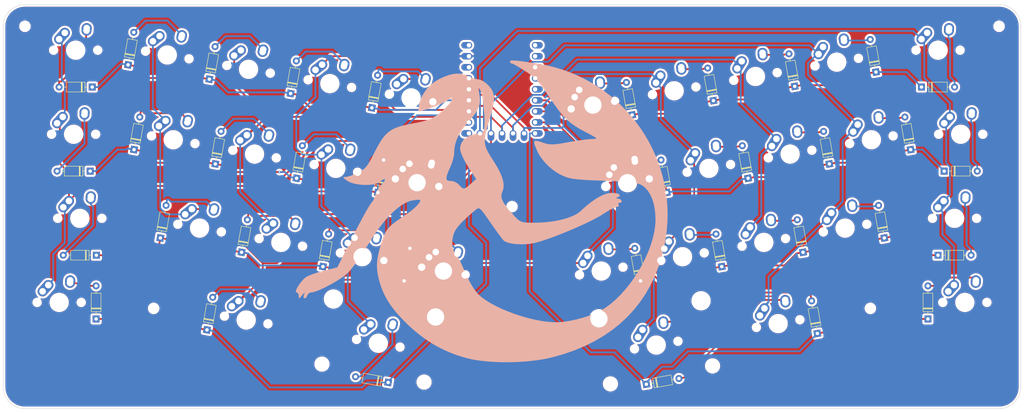
<source format=kicad_pcb>
(kicad_pcb (version 20221018) (generator pcbnew)
  (layers (0 "F.Cu" signal) (31 "B.Cu" signal) (34 "B.Paste" user) (35 "F.Paste" user) (36 "B.SilkS" user "B.Silkscreen") (37 "F.SilkS" user "F.Silkscreen") (38 "B.Mask" user) (39 "F.Mask" user) (44 "Edge.Cuts" user))
  (net 0 "")
  (net 1 "l0")
  (net 2 "Net-(D1-A)")
  (net 3 "Net-(D2-A)")
  (net 4 "Net-(D3-A)")
  (net 5 "Net-(D4-A)")
  (net 6 "Net-(D5-A)")
  (net 7 "l7")
  (net 8 "Net-(D6-A)")
  (net 9 "Net-(D7-A)")
  (net 10 "Net-(D8-A)")
  (net 11 "Net-(D9-A)")
  (net 12 "Net-(D10-A)")
  (net 13 "l1")
  (net 14 "Net-(D11-A)")
  (net 15 "Net-(D12-A)")
  (net 16 "Net-(D13-A)")
  (net 17 "Net-(D14-A)")
  (net 18 "Net-(D15-A)")
  (net 19 "l6")
  (net 20 "Net-(D16-A)")
  (net 21 "Net-(D17-A)")
  (net 22 "Net-(D18-A)")
  (net 23 "Net-(D19-A)")
  (net 24 "Net-(D20-A)")
  (net 25 "l2")
  (net 26 "Net-(D21-A)")
  (net 27 "Net-(D22-A)")
  (net 28 "Net-(D23-A)")
  (net 29 "Net-(D24-A)")
  (net 30 "Net-(D25-A)")
  (net 31 "l5")
  (net 32 "Net-(D26-A)")
  (net 33 "Net-(D27-A)")
  (net 34 "Net-(D28-A)")
  (net 35 "Net-(D29-A)")
  (net 36 "Net-(D30-A)")
  (net 37 "l3")
  (net 38 "Net-(D31-A)")
  (net 39 "Net-(D32-A)")
  (net 40 "Net-(D33-A)")
  (net 41 "l4")
  (net 42 "Net-(D34-A)")
  (net 43 "Net-(D35-A)")
  (net 44 "Net-(D36-A)")
  (net 45 "c0")
  (net 46 "c1")
  (net 47 "c2")
  (net 48 "c3")
  (net 49 "c4")
  (net 59 "GND")
  (footprint "Diode_THT:D_DO-35_SOD27_P7.62mm_Horizontal" (layer "F.Cu") (at 179.1172 146.7594 80)
    (fp_text reference "D15" hide)
    (fp_text value "1N4148" hide)
  )
  (footprint "Diode_THT:D_DO-35_SOD27_P7.62mm_Horizontal" (layer "F.Cu") (at 276.9991 160.5218 100)
    (fp_text reference "D28" hide)
    (fp_text value "1N4148" hide)
  )
  (footprint "_mx:MX-Alps-Hybrid-1U" (layer "F.Cu") (at 130.6371 115.0492 -10)
    (fp_text reference "SW2" hide)
    (fp_text value "SW_SPST" hide)
  )
  (footprint "_mx:MX-Alps-Hybrid-1U" (layer "F.Cu") (at 168.0598 121.6478 -10)
    (fp_text reference "SW4" hide)
    (fp_text value "SW_SPST" hide)
  )
  (footprint "_mx:MX-Alps-Hybrid-1.25U" (layer "F.Cu") (at 308.075 113.939)
    (fp_text reference "SW10" hide)
    (fp_text value "SW_SPST" hide)
  )
  (footprint "_mx:MX-Alps-Hybrid-1U" (layer "F.Cu") (at 230.544 164.8443 10)
    (fp_text reference "SW26" hide)
    (fp_text value "SW_SPST" hide)
  )
  (footprint "_mx:MX-Alps-Hybrid-1U" (layer "F.Cu") (at 188.1497 144.4833 -10)
    (fp_text reference "SW15" hide)
    (fp_text value "SW_SPST" hide)
  )
  (footprint "_mx:MX-Alps-Hybrid-1U" (layer "F.Cu") (at 267.9667 158.2457 10)
    (fp_text reference "SW28" hide)
    (fp_text value "SW_SPST" hide)
  )
  (footprint "Diode_THT:D_DO-35_SOD27_P7.62mm_Horizontal" (layer "F.Cu") (at 181.4882 190.5261 170)
    (fp_text reference "D33" hide)
    (fp_text value "1N4148" hide)
  )
  (footprint "MountingHole:MountingHole_2.2mm_M2" (layer "F.Cu") (at 322.125 108.439)
    (fp_text reference "H4" hide)
    (fp_text value "MountingHole" hide)
  )
  (footprint "_mx:MX-Alps-Hybrid-1U" (layer "F.Cu") (at 194.206 164.8443 -10)
    (fp_text reference "SW25" hide)
    (fp_text value "SW_SPST" hide)
  )
  (footprint "Diode_THT:D_DO-35_SOD27_P7.62mm_Horizontal" (layer "F.Cu") (at 275.0784 122.2743 100)
    (fp_text reference "D8" hide)
    (fp_text value "1N4148" hide)
  )
  (footprint "Diode_THT:D_DO-35_SOD27_P7.62mm_Horizontal" (layer "F.Cu") (at 141.6945 140.1608 80)
    (fp_text reference "D13" hide)
    (fp_text value "1N4148" hide)
  )
  (footprint "Diode_THT:D_DO-35_SOD27_P7.62mm_Horizontal" (layer "F.Cu") (at 160.4058 143.4601 80)
    (fp_text reference "D14" hide)
    (fp_text value "1N4148" hide)
  )
  (footprint "_mx:MX-Alps-Hybrid-1U" (layer "F.Cu") (at 132.0156 134.5854 -10)
    (fp_text reference "SW12" hide)
    (fp_text value "SW_SPST" hide)
  )
  (footprint "Diode_THT:D_DO-35_SOD27_P7.62mm_Horizontal" (layer "F.Cu") (at 185.1736 167.1204 80)
    (fp_text reference "D25" hide)
    (fp_text value "1N4148" hide)
  )
  (footprint "Diode_THT:D_DO-35_SOD27_P7.62mm_Horizontal" (layer "F.Cu") (at 237.6557 128.8729 100)
    (fp_text reference "D6" hide)
    (fp_text value "1N4148" hide)
  )
  (footprint "Diode_THT:D_DO-35_SOD27_P7.62mm_Horizontal" (layer "F.Cu") (at 309.49 141.819)
    (fp_text reference "D20" hide)
    (fp_text value "1N4148" hide)
  )
  (footprint "_mx:MX-Alps-Hybrid-1U" (layer "F.Cu") (at 274.023 137.8847 10)
    (fp_text reference "SW18" hide)
    (fp_text value "SW_SPST" hide)
  )
  (footprint "_mx:MX-Alps-Hybrid-2U-ReversedStabilizers" (layer "F.Cu") (at 243.199 181.906 10)
    (fp_text reference "SW34" hide)
    (fp_text value "SW_SPST" hide)
  )
  (footprint "Diode_THT:D_DO-35_SOD27_P7.62mm_Horizontal" (layer "F.Cu") (at 280.2985 179.2332 100)
    (fp_text reference "D34" hide)
    (fp_text value "1N4148" hide)
  )
  (footprint "_mx:MX-Alps-Hybrid-1U" (layer "F.Cu") (at 105.75 172.079)
    (fp_text reference "SW31" hide)
    (fp_text value "SW_SPST" hide)
  )
  (footprint "Diode_THT:D_DO-35_SOD27_P7.62mm_Horizontal" (layer "F.Cu") (at 129.0395 157.2225 80)
    (fp_text reference "D22" hide)
    (fp_text value "1N4148" hide)
  )
  (footprint "_mx:MX-Alps-Hybrid-1.5U" (layer "F.Cu") (at 311.875 152.699)
    (fp_text reference "SW30" hide)
    (fp_text value "SW_SPST" hide)
  )
  (footprint "Diode_THT:D_DO-35_SOD27_P7.62mm_Horizontal" (layer "F.Cu") (at 113.36 122.439 180)
    (fp_text reference "D1" hide)
    (fp_text value "1N4148" hide)
  )
  (footprint "_mx:MX-Alps-Hybrid-1U" (layer "F.Cu") (at 175.4947 161.545 -10)
    (fp_text reference "SW24" hide)
    (fp_text value "SW_SPST" hide)
  )
  (footprint "Diode_THT:D_DO-35_SOD27_P7.62mm_Horizontal" (layer "F.Cu") (at 147.7509 160.5218 80)
    (fp_text reference "D23" hide)
    (fp_text value "1N4148" hide)
  )
  (footprint "_mx:MX-Alps-Hybrid-1U" (layer "F.Cu") (at 284.7572 116.6989 10)
    (fp_text reference "SW9" hide)
    (fp_text value "SW_SPST" hide)
  )
  (footprint "Diode_THT:D_DO-35_SOD27_P7.62mm_Horizontal" (layer "F.Cu") (at 140.316 120.6246 80)
    (fp_text reference "D3" hide)
    (fp_text value "1N4148" hide)
  )
  (footprint "_mx:MX-Alps-Hybrid-1U" (layer "F.Cu") (at 255.3117 141.184 10)
    (fp_text reference "SW17" hide)
    (fp_text value "SW_SPST" hide)
  )
  (footprint "_mx:MX-Alps-Hybrid-1U" (layer "F.Cu") (at 228.6232 126.5968 10)
    (fp_text reference "SW6" hide)
    (fp_text value "SW_SPST" hide)
  )
  (footprint "_mx:MX-Alps-Hybrid-1U" (layer "F.Cu") (at 247.3345 123.2975 10)
    (fp_text reference "SW7" hide)
    (fp_text value "SW_SPST" hide)
  )
  (footprint "MountingHole:MountingHole_2.2mm_M2" (layer "F.Cu") (at 127.5 173.4589)
    (fp_text reference "H2" hide)
    (fp_text value "MountingHole" hide)
  )
  (footprint "MountingHole:MountingHole_2.2mm_M2" (layer "F.Cu") (at 292.5 173.4589)
    (fp_text reference "H1" hide)
    (fp_text value "MountingHole" hide)
  )
  (footprint "Diode_THT:D_DO-35_SOD27_P7.62mm_Horizontal" (layer "F.Cu") (at 139.7737 178.4083 80)
    (fp_text reference "D32" hide)
    (fp_text value "1N4148" hide)
  )
  (footprint "Diode_THT:D_DO-35_SOD27_P7.62mm_Horizontal" (layer "F.Cu") (at 122.9832 136.8615 80)
    (fp_text reference "D12" hide)
    (fp_text value "1N4148" hide)
  )
  (footprint "_mx:MX-Alps-Hybrid-1U" (layer "F.Cu") (at 271.266 176.957 10)
    (fp_text reference "SW35" hide)
    (fp_text value "SW_SPST" hide)
  )
  (footprint "_mx:MX-Alps-Hybrid-1U" (layer "F.Cu") (at 249.2553 161.545 10)
    (fp_text reference "SW27" hide)
    (fp_text value "SW_SPST" hide)
  )
  (footprint "_mcu:rp2040-zero-tht" (layer "F.Cu") (at 207.6972 122.9589)
    (fp_text reference "U1" hide)
    (fp_text value "rp2040-zero" hide)
  )
  (footprint "Diode_THT:D_DO-35_SOD27_P7.62mm_Horizontal" (layer "F.Cu") (at 240.9229 190.9385 10)
    (fp_text reference "D35" hide)
    (fp_text value "1N4148" hide)
  )
  (footprint "Diode_THT:D_DO-35_SOD27_P7.62mm_Horizontal" (layer "F.Cu") (at 293.7897 118.975 100)
    (fp_text reference "D9" hide)
    (fp_text value "1N4148" hide)
  )
  (footprint "_mx:MX-Alps-Hybrid-1U" (layer "F.Cu") (at 314.25 172.079)
    (fp_text reference "SW36" hide)
    (fp_text value "SW_SPST" hide)
  )
  (footprint "_mx:MX-Alps-Hybrid-1U" (layer "F.Cu") (at 109.55 113.939)
    (fp_text reference "SW1" hide)
    (fp_text value "SW_SPST" hide)
  )
  (footprint "Diode_THT:D_DO-35_SOD27_P7.62mm_Horizontal" (layer "F.Cu") (at 121.6046 117.3253 80)
    (fp_text reference "D2" hide)
    (fp_text value "1N4148" hide)
  )
  (footprint "Diode_THT:D_DO-35_SOD27_P7.62mm_Horizontal" (layer "F.Cu") (at 114.25 175.889 90)
    (fp_text reference "D31" hide)
    (fp_text value "1N4148" hide)
  )
  (footprint "_mx:MX-Alps-Hybrid-1.25U" (layer "F.Cu") (at 109.075 133.319)
    (fp_text reference "SW11" hide)
    (fp_text value "SW_SPST" hide)
  )
  (footprint "Diode_THT:D_DO-35_SOD27_P7.62mm_Horizontal" (layer "F.Cu") (at 295.7105 157.2225 100)
    (fp_text reference "D29" hide)
    (fp_text value "1N4148" hide)
  )
  (footprint "_mx:MX-Alps-Hybrid-1U" (layer "F.Cu") (at 313.3 133.319)
    (fp_text reference "SW20" hide)
    (fp_text value "SW_SPST" hide)
  )
  (footprint "_mx:MX-Alps-Hybrid-1U" (layer "F.Cu") (at 266.0459 119.9982 10)
    (fp_text reference "SW8" hide)
    (fp_text value "SW_SPST" hide)
  )
  (footprint "Diode_THT:D_DO-35_SOD27_P7.62mm_Horizontal" (layer "F.Cu") (at 258.2878 163.8211 100)
    (fp_text reference "D27" hide)
    (fp_text value "1N4148" hide)
  )
  (footprint "MountingHole:MountingHole_2.2mm_M2" (layer "F.Cu") (at 210 150)
    (fp_text reference "H3" hide)
    (fp_text value "MountingHole" hide)
  )
  (footprint "_mx:MX-Alps-Hybrid-1U" (layer "F.Cu") (at 236.6003 144.4833 10)
    (fp_text reference "SW16" hide)
    (fp_text value "SW_SPST" hide)
  )
  (footprint "_mx:MX-Alps-Hybrid-1U" (layer "F.Cu") (at 156.7833 158.2457 -10)
    (fp_text reference "SW23" hide)
    (fp_text value "SW_SPST" hide)
  )
  (footprint "_mx:MX-Alps-Hybrid-1U" (layer "F.Cu") (at 286.678 154.9464 10)
    (fp_text reference "SW29" hide)
    (fp_text value "SW_SPST" hide)
  )
  (footprint "Diode_THT:D_DO-35_SOD27_P7.62mm_Horizontal" (layer "F.Cu") (at 166.4622 163.8211 80)
    (fp_text reference "D24" hide)
    (fp_text value "1N4148" hide)
  )
  (footprint "_mx:MX-Alps-Hybrid-1U" (layer "F.Cu") (at 138.072 154.9464 -10)
    (fp_text reference "SW22" hide)
    (fp_text value "SW_SPST" hide)
  )
  (footprint "Diode_THT:D_DO-35_SOD27_P7.62mm_Horizontal" (layer "F.Cu") (at 264.3442 143.4601 100)
    (fp_text reference "D17" hide)
    (fp_text value "1N4148" hide)
  )
  (footprint "Diode_THT:D_DO-35_SOD27_P7.62mm_Horizontal" (layer "F.Cu") (at 308.065 161.199)
    (fp_text reference "D30" hide)
    (fp_text value "1N4148" hide)
  )
  (footprint "Diode_THT:D_DO-35_SOD27_P7.62mm_Horizontal" (layer "F.Cu") (at 114.31 161.199 180)
    (fp_text reference "D21" hide)
    (fp_text value "1N4148" hide)
  )
  (footprint "_mx:MX-Alps-Hybrid-1U" (layer "F.Cu") (at 148.8062 176.1322 -10)
    (fp_text reference "SW32" hide)
    (fp_text value "SW_SPST" hide)
  )
  (footprint "Diode_THT:D_DO-35_SOD27_P7.62mm_Horizontal" (layer "F.Cu") (at 283.0555 140.1608 100)
    (fp_text reference "D18" hide)
    (fp_text value "1N4148" hide)
  )
  (footprint "Diode_THT:D_DO-35_SOD27_P7.62mm_Horizontal" (layer "F.Cu") (at 305.75 175.889 90)
    (fp_text reference "D36" hide)
    (fp_text value "1N4148" hide)
  )
  (footprint "_mx:MX-Alps-Hybrid-1.75U" (layer "F.Cu") (at 110.5 152.699)
    (fp_text reference "SW21" hide)
    (fp_text value "SW_SPST" hide)
  )
  (footprint "Diode_THT:D_DO-35_SOD27_P7.62mm_Horizontal" (layer "F.Cu") (at 159.0273 123.9239 80)
    (fp_text reference "D4" hide)
    (fp_text value "1N4148" hide)
  )
  (footprint "_mx:MX-Alps-Hybrid-2.25U-ReversedStabilizers" (layer "F.Cu") (at 179.2121 181.4936 -10)
    (fp_text reference "SW33" hide)
    (fp_text value "SW_SPST" hide)
  )
  (footprint "_mx:MX-Alps-Hybrid-1U" (layer "F.Cu") (at 292.7344 134.5854 10)
    (fp_text reference "SW19" hide)
    (fp_text value "SW_SPST" hide)
  )
  (footprint "Diode_THT:D_DO-35_SOD27_P7.62mm_Horizontal" (layer "F.Cu") (at 256.367 125.5736 100)
    (fp_text reference "D7" hide)
    (fp_text value "1N4148" hide)
  )
  (footprint "Diode_THT:D_DO-35_SOD27_P7.62mm_Horizontal" (layer "F.Cu") (at 239.5765 167.1204 100)
    (fp_text reference "D26" hide)
    (fp_text value "1N4148" hide)
  )
  (footprint "Diode_THT:D_DO-35_SOD27_P7.62mm_Horizontal" (layer "F.Cu") (at 177.7387 127.2233 80)
    (fp_text reference "D5" hide)
    (fp_text value "1N4148" hide)
  )
  (footprint "_mx:MX-Alps-Hybrid-1U" (layer "F.Cu") (at 186.7711 124.9471 -10)
    (fp_text reference "SW5" hide)
    (fp_text value "SW_SPST" hide)
  )
  (footprint "_mx:MX-Alps-Hybrid-1U" (layer "F.Cu") (at 149.3484 118.3485 -10)
    (fp_text reference "SW3" hide)
    (fp_text value "SW_SPST" hide)
  )
  (footprint "_mx:MX-Alps-Hybrid-1U" (layer "F.Cu") (at 169.4383 141.184 -10)
    (fp_text reference "SW14" hide)
    (fp_text value "SW_SPST" hide)
  )
  (footprint "Diode_THT:D_DO-35_SOD27_P7.62mm_Horizontal" (layer "F.Cu") (at 245.6328 146.7594 100)
    (fp_text reference "D16" hide)
    (fp_text value "1N4148" hide)
  )
  (footprint "_mx:MX-Alps-Hybrid-1U" (layer "F.Cu") (at 150.727 137.8847 -10)
    (fp_text reference "SW13" hide)
    (fp_text value "SW_SPST" hide)
  )
  (footprint "Diode_THT:D_DO-35_SOD27_P7.62mm_Horizontal" (layer "F.Cu") (at 304.265 122.439)
    (fp_text reference "D10" hide)
    (fp_text value "1N4148" hide)
  )
  (footprint "Diode_THT:D_DO-35_SOD27_P7.62mm_Horizontal" (layer "F.Cu") (at 301.7669 136.8615 100)
    (fp_text reference "D19" hide)
    (fp_text value "1N4148" hide)
  )
  (footprint "Diode_THT:D_DO-35_SOD27_P7.62mm_Horizontal" (layer "F.Cu") (at 112.885 141.819 180)
    (fp_text reference "D11" hide)
    (fp_text value "1N4148" hide)
  )
  (footprint "MountingHole:MountingHole_2.2mm_M2" (layer "F.Cu") (at 97.875 108.439)
    (fp_text reference "H5" hide)
    (fp_text value "MountingHole" hide)
  )
  (gr_poly (pts (xy 210.254555 116.305772) (xy 210.390297 116.309675) (xy 210.540568 116.317216) (xy 210.705986 116.328442) (xy 210.887167 116.3434) (xy 211.084729 116.362135) (xy 211.531467 116.411128) (xy 212.051138 116.475793) (xy 212.648681 116.556504) (xy 213.329035 116.653633) (xy 214.097138 116.767555) (xy 214.957931 116.898641) (xy 215.916352 117.047266) (xy 217.76189 117.385005) (xy 219.567048 117.813926) (xy 221.329839 118.331178) (xy 223.048279 118.933911) (xy 224.720381 119.619274) (xy 226.344161 120.384416) (xy 227.917632 121.226487) (xy 229.438809 122.142634) (xy 230.905706 123.130009) (xy 232.316338 124.18576) (xy 233.668718 125.307036) (xy 234.960863 126.490986) (xy 236.190785 127.734761) (xy 237.356499 129.035508) (xy 238.45602 130.390377) (xy 239.487363 131.796518) (xy 240.44854 133.25108) (xy 241.337568 134.751211) (xy 242.15246 136.294062) (xy 242.89123 137.876781) (xy 243.551894 139.496517) (xy 244.132465 141.15042) (xy 244.630957 142.83564) (xy 245.045387 144.549325) (xy 245.373766 146.288624) (xy 245.614111 148.050687) (xy 245.764436 149.832663) (xy 245.822754 151.631702) (xy 245.78708 153.444951) (xy 245.655429 155.269562) (xy 245.425816 157.102682) (xy 245.096253 158.941462) (xy 244.508166 161.390732) (xy 243.778318 163.733401) (xy 242.907788 165.968388) (xy 241.897656 168.094618) (xy 240.748999 170.11101) (xy 239.462898 172.016488) (xy 238.040431 173.809973) (xy 236.482678 175.490386) (xy 234.790718 177.056651) (xy 232.965629 178.507687) (xy 231.008491 179.842418) (xy 228.920383 181.059765) (xy 226.702384 182.15865) (xy 224.355573 183.137995) (xy 221.881029 183.996722) (xy 219.279832 184.733752) (xy 218.182731 184.986885) (xy 217.018629 185.208395) (xy 215.798085 185.398176) (xy 214.531661 185.556122) (xy 213.229919 185.682128) (xy 211.903418 185.776089) (xy 210.56272 185.837899) (xy 209.218385 185.867453) (xy 207.880976 185.864646) (xy 206.561053 185.829372) (xy 205.269176 185.761526) (xy 204.015907 185.661002) (xy 202.811807 185.527696) (xy 201.667436 185.361501) (xy 200.593357 185.162313) (xy 199.600129 184.930026) (xy 199.600127 184.930028) (xy 199.600126 184.930031) (xy 199.600124 184.930034) (xy 199.600122 184.930037) (xy 199.60012 184.930039) (xy 199.600118 184.930042) (xy 199.600116 184.930044) (xy 199.600114 184.930047) (xy 199.600112 184.930049) (xy 199.600109 184.93005) (xy 199.600107 184.930052) (xy 199.600105 184.930053) (xy 199.600103 184.930055) (xy 199.600102 184.930055) (xy 199.600101 184.930056) (xy 199.6001 184.930056) (xy 199.600099 184.930056) (xy 199.600098 184.930056) (xy 198.50845 184.623304) (xy 197.439149 184.281046) (xy 196.391185 183.902654) (xy 195.36355 183.487504) (xy 194.355235 183.03497) (xy 193.365231 182.544426) (xy 192.39253 182.015247) (xy 191.436123 181.446807) (xy 190.495 180.838481) (xy 189.568153 180.189642) (xy 188.654574 179.499666) (xy 187.753253 178.767927) (xy 186.863181 177.993798) (xy 185.983351 177.176655) (xy 185.112752 176.315872) (xy 184.250376 175.410822) (xy 183.739618 174.845615) (xy 183.258741 174.285192) (xy 182.806895 173.727983) (xy 182.38323 173.172417) (xy 181.986895 172.616922) (xy 181.617038 172.059927) (xy 181.27281 171.499861) (xy 180.953358 170.935153) (xy 180.657834 170.364233) (xy 180.385385 169.785528) (xy 180.135161 169.197469) (xy 179.906312 168.598482) (xy 179.697985 167.986999) (xy 179.509332 167.361447) (xy 179.3395 166.720256) (xy 179.18764 166.061854) (xy 179.096797 165.60547) (xy 179.023177 165.160243) (xy 178.967154 164.722554) (xy 178.929099 164.288784) (xy 178.909385 163.855317) (xy 178.908383 163.418532) (xy 178.926467 162.974812) (xy 178.964008 162.520539) (xy 179.021378 162.052093) (xy 179.098951 161.565858) (xy 179.197097 161.058214) (xy 179.31619 160.525543) (xy 179.456602 159.964226) (xy 179.618704 159.370646) (xy 179.80287 158.741184) (xy 180.009471 158.072222) (xy 180.174284 157.5658) (xy 180.336624 157.104161) (xy 180.501234 156.681777) (xy 180.672854 156.293118) (xy 180.856226 155.932656) (xy 181.056093 155.594861) (xy 181.277194 155.274206) (xy 181.524274 154.965161) (xy 181.802072 154.662197) (xy 182.115331 154.359786) (xy 182.468792 154.052398) (xy 182.867197 153.734504) (xy 183.315288 153.400577) (xy 183.817806 153.045087) (xy 184.379493 152.662504) (xy 185.005091 152.247302) (xy 185.455495 151.944044) (xy 185.888095 151.638748) (xy 186.300606 151.333714) (xy 186.69074 151.031238) (xy 187.056212 150.73362) (xy 187.394736 150.443157) (xy 187.704026 150.162148) (xy 187.981794 149.892891) (xy 188.225756 149.637685) (xy 188.433624 149.398827) (xy 188.603113 149.178616) (xy 188.731936 148.97935) (xy 188.817807 148.803327) (xy 188.843922 148.72475) (xy 188.858441 148.652846) (xy 188.861079 148.587901) (xy 188.85155 148.530204) (xy 188.829568 148.480041) (xy 188.794848 148.437701) (xy 188.785166 148.431087) (xy 188.771318 148.425323) (xy 188.731591 148.416303) (xy 188.67659 148.41056) (xy 188.607241 148.408012) (xy 188.524466 148.408577) (xy 188.429189 148.412176) (xy 188.322336 148.418727) (xy 188.204829 148.428148) (xy 188.077593 148.440358) (xy 187.941552 148.455277) (xy 187.646749 148.492915) (xy 187.327813 148.540411) (xy 186.992137 148.597117) (xy 186.726906 148.653941) (xy 186.455269 148.730629) (xy 186.177546 148.826861) (xy 185.894057 148.942317) (xy 185.60512 149.076679) (xy 185.311055 149.229625) (xy 184.70882 149.589997) (xy 184.089907 150.020874) (xy 183.45687 150.519701) (xy 182.812266 151.083921) (xy 182.158651 151.710977) (xy 181.498579 152.398312) (xy 180.834606 153.143369) (xy 180.169287 153.943592) (xy 179.505179 154.796424) (xy 178.844836 155.699308) (xy 178.190814 156.649687) (xy 177.545669 157.645004) (xy 176.911956 158.682703) (xy 176.290909 159.702131) (xy 175.63815 160.722207) (xy 174.973214 161.71567) (xy 174.315633 162.655256) (xy 173.68494 163.513703) (xy 173.100669 164.263748) (xy 172.582353 164.87813) (xy 172.354032 165.125927) (xy 172.149524 165.329585) (xy 171.778934 165.653912) (xy 171.337955 165.998687) (xy 170.837323 166.358202) (xy 170.287778 166.726747) (xy 169.700056 167.098614) (xy 169.084895 167.468095) (xy 168.453033 167.82948) (xy 167.815208 168.177062) (xy 167.182156 168.50513) (xy 166.564615 168.807978) (xy 165.973324 169.079896) (xy 165.419019 169.315175) (xy 164.912439 169.508108) (xy 164.46432 169.652985) (xy 164.085401 169.744097) (xy 163.786419 169.775736) (xy 163.753301 169.776637) (xy 163.719918 169.779308) (xy 163.68633 169.783706) (xy 163.652593 169.789787) (xy 163.618766 169.797507) (xy 163.584906 169.806821) (xy 163.517322 169.830058) (xy 163.450302 169.859143) (xy 163.384312 169.893724) (xy 163.319813 169.933448) (xy 163.257269 169.977963) (xy 163.197143 170.026915) (xy 163.139899 170.079951) (xy 163.085999 170.136719) (xy 163.035908 170.196865) (xy 162.990087 170.260036) (xy 162.949001 170.32588) (xy 162.913113 170.394044) (xy 162.897263 170.428886) (xy 162.882885 170.464175) (xy 162.846906 170.55207) (xy 162.809027 170.633673) (xy 162.769513 170.709021) (xy 162.728631 170.778155) (xy 162.686644 170.841113) (xy 162.643818 170.897935) (xy 162.600419 170.948659) (xy 162.556711 170.993325) (xy 162.512959 171.031972) (xy 162.46943 171.064639) (xy 162.426387 171.091365) (xy 162.384097 171.112189) (xy 162.342824 171.12715) (xy 162.302833 171.136288) (xy 162.26439 171.139641) (xy 162.22776 171.137248) (xy 162.193208 171.12915) (xy 162.161 171.115384) (xy 162.131399 171.09599) (xy 162.104672 171.071008) (xy 162.081084 171.040475) (xy 162.0609 171.004432) (xy 162.044385 170.962917) (xy 162.031804 170.915969) (xy 162.023423 170.863628) (xy 162.019506 170.805933) (xy 162.020319 170.742923) (xy 162.026126 170.674636) (xy 162.037195 170.601113) (xy 162.053788 170.522392) (xy 162.076172 170.438512) (xy 162.104611 170.349513) (xy 162.143073 170.235107) (xy 162.173951 170.13657) (xy 162.196952 170.053973) (xy 162.211784 169.987391) (xy 162.216044 169.960128) (xy 162.218153 169.936895) (xy 162.218072 169.917704) (xy 162.215765 169.902561) (xy 162.211197 169.891477) (xy 162.204329 169.88446) (xy 162.195126 169.881521) (xy 162.183551 169.882667) (xy 162.169567 169.887908) (xy 162.153138 169.897254) (xy 162.134227 169.910713) (xy 162.112797 169.928295) (xy 162.062234 169.975863) (xy 162.001157 170.040032) (xy 161.929273 170.120874) (xy 161.846288 170.218463) (xy 161.751909 170.332872) (xy 161.645844 170.464175) (xy 161.529029 170.608801) (xy 161.425055 170.734562) (xy 161.333169 170.841573) (xy 161.252617 170.929949) (xy 161.182645 170.999805) (xy 161.151391 171.027824) (xy 161.122499 171.051256) (xy 161.095876 171.070115) (xy 161.071426 171.084417) (xy 161.049056 171.094175) (xy 161.028672 171.099404) (xy 161.010179 171.100118) (xy 160.993482 171.096331) (xy 160.978489 171.088059) (xy 160.965104 171.075315) (xy 160.953234 171.058114) (xy 160.942783 171.036469) (xy 160.933658 171.010397) (xy 160.925765 170.97991) (xy 160.91901 170.945024) (xy 160.913297 170.905752) (xy 160.904625 170.81411) (xy 160.898995 170.7051) (xy 160.895653 170.578837) (xy 160.89154 170.497019) (xy 160.882631 170.417494) (xy 160.86918 170.340676) (xy 160.851439 170.266975) (xy 160.829663 170.196804) (xy 160.804103 170.130574) (xy 160.775014 170.068697) (xy 160.742648 170.011585) (xy 160.707259 169.959649) (xy 160.669099 169.913303) (xy 160.628422 169.872957) (xy 160.607219 169.855162) (xy 160.585481 169.839023) (xy 160.563241 169.824589) (xy 160.540529 169.811912) (xy 160.517378 169.801045) (xy 160.493819 169.792038) (xy 160.469884 169.784943) (xy 160.445604 169.779812) (xy 160.421012 169.776695) (xy 160.396138 169.775645) (xy 160.336818 169.767747) (xy 160.291089 169.744624) (xy 160.258419 169.707137) (xy 160.238274 169.656142) (xy 160.230124 169.592498) (xy 160.233433 169.517065) (xy 160.247671 169.430699) (xy 160.272303 169.334261) (xy 160.306797 169.228608) (xy 160.350621 169.114598) (xy 160.464125 168.864945) (xy 160.608553 168.592169) (xy 160.779643 168.303137) (xy 160.973132 168.004718) (xy 161.184759 167.70378) (xy 161.41026 167.40719) (xy 161.645374 167.121816) (xy 161.885839 166.854526) (xy 162.127392 166.612187) (xy 162.247245 166.502521) (xy 162.365772 166.401669) (xy 162.482439 166.310488) (xy 162.596714 166.229838) (xy 162.717316 166.156203) (xy 162.865856 166.076729) (xy 163.040232 165.992164) (xy 163.238338 165.903256) (xy 163.697328 165.715405) (xy 164.225993 165.519165) (xy 164.807499 165.320523) (xy 165.425014 165.125465) (xy 166.061704 164.939979) (xy 166.700737 164.770052) (xy 169.777561 163.993563) (xy 173.247078 157.064364) (xy 174.663634 154.29718) (xy 175.955832 151.885066) (xy 176.5107 150.893179) (xy 176.980962 150.087282) (xy 177.348779 149.499782) (xy 177.596312 149.163088) (xy 177.686274 149.05933) (xy 177.774397 148.949198) (xy 177.860196 148.833657) (xy 177.943187 148.713674) (xy 178.022882 148.590215) (xy 178.098798 148.464244) (xy 178.170447 148.336729) (xy 178.237346 148.208636) (xy 178.299008 148.080929) (xy 178.354947 147.954576) (xy 178.404679 147.830542) (xy 178.447718 147.709793) (xy 178.483578 147.593295) (xy 178.511774 147.482013) (xy 178.53182 147.376915) (xy 178.543231 147.278965) (xy 178.556914 147.178917) (xy 178.583634 147.067667) (xy 178.622681 146.946387) (xy 178.673345 146.816251) (xy 178.734914 146.678432) (xy 178.806678 146.534103) (xy 178.887927 146.384436) (xy 178.977951 146.230606) (xy 179.076039 146.073786) (xy 179.181481 145.915147) (xy 179.293566 145.755864) (xy 179.411584 145.597109) (xy 179.534824 145.440055) (xy 179.662576 145.285876) (xy 179.79413 145.135745) (xy 179.928775 144.990834) (xy 180.167173 144.734245) (xy 180.367764 144.502503) (xy 180.531065 144.296414) (xy 180.657594 144.116781) (xy 180.70723 144.037138) (xy 180.747868 143.964411) (xy 180.779571 143.898701) (xy 180.802405 143.840107) (xy 180.816433 143.788732) (xy 180.821722 143.744675) (xy 180.818334 143.708037) (xy 180.806336 143.678919) (xy 180.785792 143.657421) (xy 180.756766 143.643645) (xy 180.719323 143.637689) (xy 180.673528 143.639656) (xy 180.619445 143.649645) (xy 180.55714 143.667758) (xy 180.486677 143.694095) (xy 180.40812 143.728756) (xy 180.321534 143.771842) (xy 180.226984 143.823454) (xy 180.014251 143.952657) (xy 179.770438 144.117171) (xy 179.496062 144.317799) (xy 179.361113 144.409988) (xy 179.209717 144.495397) (xy 179.042903 144.574059) (xy 178.8617 144.646008) (xy 178.460247 144.769906) (xy 178.013593 144.867362) (xy 177.529973 144.938651) (xy 177.017622 144.984043) (xy 176.484774 145.003813) (xy 175.939666 144.998232) (xy 175.390533 144.967574) (xy 174.845609 144.912112) (xy 174.31313 144.832117) (xy 173.80133 144.727864) (xy 173.318446 144.599624) (xy 172.872711 144.44767) (xy 172.472362 144.272275) (xy 172.29178 144.175872) (xy 172.125633 144.073712) (xy 171.929544 143.942437) (xy 171.756916 143.823645) (xy 171.60745 143.716776) (xy 171.480848 143.621273) (xy 171.376812 143.53658) (xy 171.295044 143.462137) (xy 171.262417 143.428585) (xy 171.235246 143.397387) (xy 171.226512 143.385778) (xy 194.914001 143.385778) (xy 194.914439 143.476181) (xy 194.922159 143.558955) (xy 194.937175 143.634378) (xy 194.959499 143.702728) (xy 194.989144 143.764283) (xy 195.026124 143.819318) (xy 195.070452 143.868113) (xy 195.12214 143.910943) (xy 195.181202 143.948088) (xy 195.247651 143.979823) (xy 195.3215 144.006427) (xy 195.49145 144.045351) (xy 195.691156 144.067077) (xy 195.920724 144.073826) (xy 196.034672 144.078589) (xy 196.153881 144.092562) (xy 196.277373 144.115275) (xy 196.404171 144.146258) (xy 196.533296 144.18504) (xy 196.663772 144.23115) (xy 196.79462 144.284118) (xy 196.924864 144.343472) (xy 197.053524 144.408743) (xy 197.179624 144.479459) (xy 197.302186 144.55515) (xy 197.420232 144.635346) (xy 197.532785 144.719575) (xy 197.638866 144.807367) (xy 197.737499 144.898251) (xy 197.827706 144.991757) (xy 198.010678 145.192359) (xy 198.174484 145.365771) (xy 198.250324 145.442184) (xy 198.32272 145.511686) (xy 198.392124 145.574237) (xy 198.458984 145.629799) (xy 198.523749 145.678334) (xy 198.586871 145.719805) (xy 198.648797 145.754172) (xy 198.709979 145.781398) (xy 198.770864 145.801445) (xy 198.831903 145.814273) (xy 198.893546 145.819846) (xy 198.956242 145.818125) (xy 199.020441 145.809072) (xy 199.086592 145.792648) (xy 199.155145 145.768816) (xy 199.226549 145.737537) (xy 199.301254 145.698773) (xy 199.37971 145.652486) (xy 199.462366 145.598637) (xy 199.549671 145.537189) (xy 199.642077 145.468104) (xy 199.740031 145.391343) (xy 199.954384 145.21464) (xy 200.196328 145.006776) (xy 200.46946 144.767445) (xy 200.469323 144.76746) (xy 201.734185 143.65424) (xy 199.895615 140.809636) (xy 199.702257 140.503982) (xy 199.515714 140.196271) (xy 199.166199 139.581723) (xy 198.853318 138.980094) (xy 198.583318 138.405485) (xy 198.466349 138.132719) (xy 198.362443 137.871995) (xy 198.272381 137.625078) (xy 198.196942 137.393728) (xy 198.136909 137.179708) (xy 198.093061 136.984782) (xy 198.06618 136.810712) (xy 198.057046 136.65926) (xy 198.061172 136.497163) (xy 198.073479 136.337633) (xy 198.093861 136.180771) (xy 198.122214 136.026674) (xy 198.15843 135.875442) (xy 198.202404 135.727174) (xy 198.254031 135.581967) (xy 198.313204 135.439922) (xy 198.379819 135.301136) (xy 198.453768 135.165709) (xy 198.534946 135.033739) (xy 198.623248 134.905325) (xy 198.718567 134.780566) (xy 198.820799 134.659561) (xy 198.929836 134.542409) (xy 199.045574 134.429207) (xy 199.167906 134.320056) (xy 199.296727 134.215054) (xy 199.431932 134.1143) (xy 199.573413 134.017892) (xy 199.721066 133.925929) (xy 199.874784 133.838511) (xy 200.034462 133.755735) (xy 200.199994 133.677702) (xy 200.371275 133.604508) (xy 200.548198 133.536254) (xy 200.730658 133.473039) (xy 200.918549 133.41496) (xy 201.111765 133.362117) (xy 201.3102 133.314608) (xy 201.513749 133.272532) (xy 201.722306 133.235989) (xy 202.029217 133.185466) (xy 202.300356 133.136442) (xy 202.538055 133.086544) (xy 202.744647 133.033401) (xy 202.837007 133.004871) (xy 202.922465 132.97464) (xy 203.001312 132.942411) (xy 203.073841 132.907888) (xy 203.140342 132.870774) (xy 203.201107 132.830772) (xy 203.256427 132.787587) (xy 203.306596 132.740922) (xy 203.351903 132.690479) (xy 203.39264 132.635963) (xy 203.429099 132.577077) (xy 203.461572 132.513524) (xy 203.49035 132.445008) (xy 203.515725 132.371232) (xy 203.537988 132.291899) (xy 203.557431 132.206714) (xy 203.589021 132.017599) (xy 203.61283 131.801514) (xy 203.63119 131.556086) (xy 203.646432 131.278944) (xy 203.660805 130.926254) (xy 203.670159 130.561009) (xy 203.674582 130.193793) (xy 203.674162 129.83519) (xy 203.668985 129.495782) (xy 203.65914 129.186153) (xy 203.644714 128.916886) (xy 203.625794 128.698564) (xy 203.494106 127.468982) (xy 203.321465 125.801744) (xy 203.271218 125.388408) (xy 203.205588 124.972229) (xy 203.127354 124.564501) (xy 203.03929 124.176521) (xy 202.944175 123.819582) (xy 202.844785 123.50498) (xy 202.794355 123.367085) (xy 202.743897 123.24401) (xy 202.693759 123.137167) (xy 202.644288 123.047968) (xy 202.581049 122.948605) (xy 202.552134 122.906212) (xy 202.525011 122.868735) (xy 202.499671 122.836218) (xy 202.476106 122.808704) (xy 202.454306 122.786237) (xy 202.434265 122.768859) (xy 202.415972 122.756614) (xy 202.39942 122.749545) (xy 202.391794 122.747965) (xy 202.384599 122.747696) (xy 202.377836 122.748742) (xy 202.371503 122.751109) (xy 202.365598 122.754803) (xy 202.360121 122.759828) (xy 202.350445 122.773897) (xy 202.342468 122.793358) (xy 202.336179 122.818254) (xy 202.331572 122.84863) (xy 202.328637 122.884528) (xy 202.327365 122.925992) (xy 202.327749 122.973065) (xy 202.329779 123.025789) (xy 202.333448 123.084209) (xy 202.345665 123.218309) (xy 202.364332 123.375709) (xy 202.389381 123.556756) (xy 202.420744 123.761795) (xy 202.458352 123.991175) (xy 202.527801 124.453209) (xy 202.574406 124.888434) (xy 202.59653 125.301043) (xy 202.592537 125.695225) (xy 202.560789 126.075172) (xy 202.533995 126.261118) (xy 202.499649 126.445076) (xy 202.457546 126.627571) (xy 202.407482 126.809127) (xy 202.349252 126.990268) (xy 202.282651 127.171517) (xy 202.207474 127.353399) (xy 202.123518 127.536437) (xy 201.928448 127.908078) (xy 201.695802 128.290631) (xy 201.423946 128.688287) (xy 201.111242 129.105238) (xy 200.756053 129.545674) (xy 200.356743 130.013787) (xy 199.911675 130.513769) (xy 199.513837 130.96669) (xy 199.143102 131.417061) (xy 198.799265 131.865342) (xy 198.482117 132.311997) (xy 198.191452 132.757486) (xy 197.927064 133.202272) (xy 197.688744 133.646815) (xy 197.476286 134.091577) (xy 197.289483 134.537021) (xy 197.128127 134.983607) (xy 196.992013 135.431797) (xy 196.880932 135.882054) (xy 196.794679 136.334837) (xy 196.733045 136.790611) (xy 196.695824 137.249835) (xy 196.682809 137.712971) (xy 196.677839 137.846816) (xy 196.663766 137.997275) (xy 196.641058 138.1627) (xy 196.610181 138.341444) (xy 196.571602 138.53186) (xy 196.525788 138.732301) (xy 196.473206 138.941119) (xy 196.414322 139.156668) (xy 196.279516 139.60137) (xy 196.125106 140.053229) (xy 196.041716 140.277724) (xy 195.954825 140.499067) (xy 195.8649 140.715612) (xy 195.772408 140.925709) (xy 195.565041 141.390152) (xy 195.386071 141.808546) (xy 195.235602 142.183111) (xy 195.113739 142.516067) (xy 195.020587 142.809632) (xy 194.95625 143.066027) (xy 194.920832 143.28747) (xy 194.914001 143.385778) (xy 171.226512 143.385778) (xy 171.213492 143.368473) (xy 171.197119 143.341773) (xy 171.186089 143.317217) (xy 171.180366 143.294736) (xy 171.179911 143.27426) (xy 171.184688 143.25572) (xy 171.194659 143.239045) (xy 171.209788 143.224166) (xy 171.230036 143.211014) (xy 171.255366 143.199518) (xy 171.285742 143.189608) (xy 171.321126 143.181216) (xy 171.406768 143.168704) (xy 171.511995 143.161424) (xy 171.636509 143.158818) (xy 171.737143 143.153566) (xy 171.854967 143.138775) (xy 171.988518 143.114934) (xy 172.136333 143.082533) (xy 172.296949 143.04206) (xy 172.468903 142.994005) (xy 172.650732 142.938858) (xy 172.840973 142.877108) (xy 173.240839 142.735755) (xy 173.656796 142.573862) (xy 174.077141 142.395343) (xy 174.285301 142.301073) (xy 174.490169 142.204113) (xy 174.788865 142.054624) (xy 175.064695 141.905119) (xy 175.320471 141.752292) (xy 175.559005 141.592836) (xy 175.783107 141.423445) (xy 175.890626 141.33399) (xy 175.99559 141.240812) (xy 176.098353 141.143496) (xy 176.199265 141.04163) (xy 176.298678 140.9348) (xy 176.396943 140.822593) (xy 176.591436 140.580394) (xy 176.785556 140.311727) (xy 176.982112 140.013285) (xy 177.183919 139.681761) (xy 177.393785 139.313848) (xy 177.614524 138.906241) (xy 177.848946 138.455632) (xy 178.099864 137.958714) (xy 178.584825 137.003855) (xy 179.040343 136.149322) (xy 179.475628 135.388056) (xy 179.899894 134.712996) (xy 180.322353 134.117084) (xy 180.535782 133.846601) (xy 180.752215 133.593259) (xy 180.972801 133.356173) (xy 181.198693 133.134462) (xy 181.431042 132.927243) (xy 181.671 132.733633) (xy 181.919717 132.552751) (xy 182.178346 132.383714) (xy 182.448039 132.225639) (xy 182.729945 132.077644) (xy 183.025218 131.938847) (xy 183.335008 131.808364) (xy 184.002748 131.568815) (xy 184.742375 131.351936) (xy 185.563102 131.150668) (xy 186.474142 130.957953) (xy 187.484706 130.766729) (xy 188.129247 130.644516) (xy 188.727848 130.51912) (xy 189.284657 130.388523) (xy 189.803822 130.250702) (xy 190.289491 130.10364) (xy 190.745813 129.945315) (xy 191.176935 129.773707) (xy 191.587007 129.586798) (xy 191.980177 129.382566) (xy 192.360592 129.158991) (xy 192.732401 128.914054) (xy 193.099752 128.645735) (xy 193.466794 128.352013) (xy 193.837674 128.030869) (xy 194.216542 127.680283) (xy 194.607545 127.298234) (xy 194.947431 126.949244) (xy 195.246913 126.623502) (xy 195.505565 126.323025) (xy 195.722962 126.049827) (xy 195.898678 125.805923) (xy 196.03229 125.593328) (xy 196.12337 125.414058) (xy 196.152828 125.337549) (xy 196.171494 125.270126) (xy 196.179315 125.212043) (xy 196.176237 125.163549) (xy 196.162208 125.124898) (xy 196.137174 125.096341) (xy 196.101081 125.07813) (xy 196.053878 125.070517) (xy 195.99551 125.073753) (xy 195.925925 125.088092) (xy 195.84507 125.113783) (xy 195.75289 125.15108) (xy 195.534348 125.261498) (xy 195.269872 125.42136) (xy 194.959039 125.63268) (xy 194.731308 125.777154) (xy 194.43175 125.940022) (xy 194.070744 126.117459) (xy 193.658666 126.305642) (xy 192.722807 126.698947) (xy 191.707195 127.089345) (xy 190.694851 127.446242) (xy 189.768796 127.739045) (xy 189.364071 127.851852) (xy 189.012052 127.937162) (xy 188.723115 127.991153) (xy 188.50764 128.01) (xy 188.4976 128.008059) (xy 188.488456 128.0023) (xy 188.480202 127.992819) (xy 188.472831 127.979709) (xy 188.466338 127.963067) (xy 188.460717 127.942987) (xy 188.455961 127.919564) (xy 188.452065 127.892895) (xy 188.446829 127.830193) (xy 188.44496 127.755644) (xy 188.44641 127.670007) (xy 188.451133 127.574044) (xy 188.459079 127.468515) (xy 188.470201 127.354181) (xy 188.484452 127.231804) (xy 188.501784 127.102144) (xy 188.522149 126.965962) (xy 188.545498 126.824018) (xy 188.571785 126.677075) (xy 188.600962 126.525892) (xy 188.713944 126.045004) (xy 188.858591 125.571171) (xy 189.033836 125.105693) (xy 189.238615 124.649871) (xy 189.471863 124.205006) (xy 189.732513 123.772399) (xy 190.0195 123.353352) (xy 190.331759 122.949166) (xy 190.668224 122.561142) (xy 191.027829 122.19058) (xy 191.409509 121.838783) (xy 191.812199 121.507051) (xy 192.234832 121.196685) (xy 192.676344 120.908987) (xy 193.135669 120.645257) (xy 193.611741 120.406797) (xy 194.115365 120.181037) (xy 194.599305 119.982244) (xy 195.064904 119.810329) (xy 195.513507 119.665203) (xy 195.946457 119.546778) (xy 196.365098 119.454965) (xy 196.770774 119.389675) (xy 197.164828 119.35082) (xy 197.548605 119.338311) (xy 197.923447 119.35206) (xy 198.2907 119.391977) (xy 198.651706 119.457974) (xy 199.00781 119.549963) (xy 199.360355 119.667854) (xy 199.710684 119.811559) (xy 200.060143 119.98099) (xy 200.198734 120.050831) (xy 200.342608 120.118713) (xy 200.49063 120.184286) (xy 200.641662 120.247198) (xy 200.948219 120.36363) (xy 201.253193 120.465199) (xy 201.402246 120.509531) (xy 201.547497 120.549093) (xy 201.687809 120.583532) (xy 201.822047 120.612498) (xy 201.949074 120.635639) (xy 202.067755 120.652604) (xy 202.176954 120.66304) (xy 202.275536 120.666597) (xy 202.323463 120.668352) (xy 202.374255 120.673558) (xy 202.483863 120.693979) (xy 202.60321 120.727175) (xy 202.731145 120.772457) (xy 202.866521 120.829137) (xy 203.008187 120.896528) (xy 203.154993 120.973941) (xy 203.30579 121.060688) (xy 203.459428 121.156083) (xy 203.614758 121.259437) (xy 203.77063 121.370062) (xy 203.925894 121.487271) (xy 204.079401 121.610376) (xy 204.230002 121.738688) (xy 204.376546 121.87152) (xy 204.517884 122.008184) (xy 204.666027 122.160944) (xy 204.805236 122.314289) (xy 204.935537 122.468675) (xy 205.056957 122.624559) (xy 205.169525 122.782399) (xy 205.273267 122.942651) (xy 205.36821 123.105773) (xy 205.454382 123.272222) (xy 205.53181 123.442454) (xy 205.600522 123.616927) (xy 205.660544 123.796098) (xy 205.711904 123.980423) (xy 205.754629 124.170361) (xy 205.788746 124.366367) (xy 205.814283 124.568899) (xy 205.831267 124.778414) (xy 205.839725 124.99537) (xy 205.839685 125.220222) (xy 205.831173 125.453428) (xy 205.814218 125.695446) (xy 205.788845 125.946732) (xy 205.755084 126.207743) (xy 205.662501 126.760769) (xy 205.536687 127.35818) (xy 205.377861 128.003633) (xy 205.186241 128.700785) (xy 204.962044 129.45329) (xy 204.393633 131.350863) (xy 204.173805 132.149754) (xy 203.997937 132.864684) (xy 203.866807 133.507631) (xy 203.781196 134.090571) (xy 203.741882 134.625482) (xy 203.749646 135.124341) (xy 203.771426 135.363994) (xy 203.805267 135.599125) (xy 203.909526 136.061811) (xy 204.063201 136.524378) (xy 204.267073 136.998801) (xy 204.521922 137.497058) (xy 204.828526 138.031126) (xy 205.187666 138.612983) (xy 205.600121 139.254605) (xy 206.014673 139.905902) (xy 206.389794 140.525076) (xy 206.725923 141.113639) (xy 207.023498 141.673105) (xy 207.282957 142.20499) (xy 207.50474 142.710807) (xy 207.689284 143.192069) (xy 207.837027 143.650292) (xy 207.948409 144.086988) (xy 208.023868 144.503673) (xy 208.063843 144.90186) (xy 208.068771 145.283063) (xy 208.039091 145.648796) (xy 207.975241 146.000573) (xy 207.877661 146.339909) (xy 207.746789 146.668316) (xy 207.696349 146.787486) (xy 207.653488 146.907348) (xy 207.618352 147.028186) (xy 207.591086 147.150279) (xy 207.571835 147.27391) (xy 207.560743 147.399358) (xy 207.557957 147.526906) (xy 207.563621 147.656834) (xy 207.57788 147.789425) (xy 207.60088 147.924957) (xy 207.632766 148.063714) (xy 207.673682 148.205977) (xy 207.723774 148.352025) (xy 207.783187 148.502141) (xy 207.852066 148.656606) (xy 207.930557 148.815701) (xy 208.018804 148.979707) (xy 208.116953 149.148905) (xy 208.225148 149.323576) (xy 208.343535 149.504002) (xy 208.611465 149.883243) (xy 208.921904 150.288875) (xy 209.276013 150.72315) (xy 209.674953 151.188315) (xy 210.119885 151.686621) (xy 210.61197 152.220316) (xy 210.847776 152.469736) (xy 211.064154 152.68975) (xy 211.2668 152.882185) (xy 211.364753 152.968632) (xy 211.46141 153.048869) (xy 211.557482 153.123124) (xy 211.653681 153.191626) (xy 211.750719 153.254603) (xy 211.849309 153.312283) (xy 211.950163 153.364895) (xy 212.053992 153.412667) (xy 212.161508 153.455827) (xy 212.273425 153.494604) (xy 212.390453 153.529225) (xy 212.513305 153.55992) (xy 212.642693 153.586915) (xy 212.779329 153.610441) (xy 212.923925 153.630724) (xy 213.077194 153.647994) (xy 213.239846 153.662478) (xy 213.412595 153.674405) (xy 213.79123 153.691501) (xy 214.218795 153.701107) (xy 214.700986 153.70505) (xy 215.243501 153.705157) (xy 216.097021 153.690521) (xy 216.941136 153.651106) (xy 217.772369 153.5878) (xy 218.587243 153.501489) (xy 219.382282 153.393061) (xy 220.154009 153.263402) (xy 220.898949 153.1134) (xy 221.613624 152.943942) (xy 222.294559 152.755914) (xy 222.938278 152.550203) (xy 223.541302 152.327697) (xy 224.100158 152.089283) (xy 224.611367 151.835847) (xy 225.071455 151.568276) (xy 225.476943 151.287459) (xy 225.824357 150.99428) (xy 226.365053 150.494926) (xy 226.894633 150.026779) (xy 227.412855 149.58998) (xy 227.919481 149.184668) (xy 228.41427 148.810981) (xy 228.896983 148.469058) (xy 229.36738 148.159039) (xy 229.825221 147.881064) (xy 230.270266 147.63527) (xy 230.702276 147.421797) (xy 231.12101 147.240785) (xy 231.526229 147.092372) (xy 231.917693 146.976697) (xy 232.295162 146.893901) (xy 232.658397 146.84412) (xy 233.007157 146.827496) (xy 233.314821 146.834322) (xy 233.596877 146.854097) (xy 233.852153 146.885768) (xy 234.079477 146.92828) (xy 234.277677 146.98058) (xy 234.44558 147.041613) (xy 234.517804 147.075075) (xy 234.582015 147.110325) (xy 234.638065 147.147232) (xy 234.685809 147.185664) (xy 234.725099 147.225488) (xy 234.75579 147.266574) (xy 234.777735 147.308789) (xy 234.790787 147.352001) (xy 234.794799 147.39608) (xy 234.789626 147.440893) (xy 234.77512 147.486308) (xy 234.751136 147.532194) (xy 234.717526 147.578419) (xy 234.674144 147.624851) (xy 234.620844 147.671359) (xy 234.557479 147.71781) (xy 234.483903 147.764073) (xy 234.399969 147.810017) (xy 234.30553 147.855509) (xy 234.20044 147.900418) (xy 234.169581 147.913288) (xy 234.141263 147.92597) (xy 234.115478 147.938453) (xy 234.092215 147.950727) (xy 234.071468 147.962782) (xy 234.053226 147.974608) (xy 234.037481 147.986194) (xy 234.024225 147.997531) (xy 234.013449 148.008608) (xy 234.005144 148.019414) (xy 233.999301 148.02994) (xy 233.995912 148.040176) (xy 233.994967 148.050111) (xy 233.996458 148.059734) (xy 234.000377 148.069037) (xy 234.006715 148.078008) (xy 234.015462 148.086638) (xy 234.02661 148.094916) (xy 234.040151 148.102831) (xy 234.056076 148.110375) (xy 234.074375 148.117536) (xy 234.095041 148.124305) (xy 234.118064 148.13067) (xy 234.143436 148.136623) (xy 234.171148 148.142152) (xy 234.201191 148.147248) (xy 234.233556 148.1519) (xy 234.268236 148.156098) (xy 234.344501 148.163093) (xy 234.429917 148.168148) (xy 234.507752 148.174243) (xy 234.582296 148.185153) (xy 234.65344 148.20055) (xy 234.721076 148.220105) (xy 234.785093 148.243489) (xy 234.845383 148.270375) (xy 234.901837 148.300434) (xy 234.954345 148.333337) (xy 235.002799 148.368756) (xy 235.047089 148.406362) (xy 235.087106 148.445828) (xy 235.12274 148.486824) (xy 235.153884 148.529022) (xy 235.180426 148.572093) (xy 235.202259 148.61571) (xy 235.219273 148.659544) (xy 235.231359 148.703265) (xy 235.238408 148.746546) (xy 235.240311 148.789059) (xy 235.236958 148.830474) (xy 235.22824 148.870464) (xy 235.214049 148.9087) (xy 235.194274 148.944853) (xy 235.168808 148.978595) (xy 235.13754 149.009597) (xy 235.100361 149.037531) (xy 235.057163 149.06207) (xy 235.007836 149.082883) (xy 234.952271 149.099642) (xy 234.890359 149.11202) (xy 234.82199 149.119688) (xy 234.747056 149.122317) (xy 234.722512 149.122917) (xy 234.699014 149.124698) (xy 234.676574 149.12763) (xy 234.655206 149.131684) (xy 234.634923 149.136831) (xy 234.615738 149.14304) (xy 234.597663 149.150283) (xy 234.580712 149.158531) (xy 234.564897 149.167753) (xy 234.550232 149.177921) (xy 234.536729 149.189005) (xy 234.524402 149.200975) (xy 234.513262 149.213802) (xy 234.503325 149.227458) (xy 234.494601 149.241911) (xy 234.487105 149.257134) (xy 234.480849 149.273096) (xy 234.475846 149.289768) (xy 234.47211 149.307121) (xy 234.469652 149.325125) (xy 234.468486 149.343751) (xy 234.468626 149.36297) (xy 234.470083 149.382752) (xy 234.472872 149.403067) (xy 234.477004 149.423886) (xy 234.482493 149.445181) (xy 234.489352 149.46692) (xy 234.497594 149.489076) (xy 234.507231 149.511618) (xy 234.518278 149.534518) (xy 234.530745 149.557745) (xy 234.544648 149.581271) (xy 234.558312 149.604796) (xy 234.570083 149.628024) (xy 234.579984 149.650923) (xy 234.58804 149.673466) (xy 234.594277 149.695621) (xy 234.598718 149.717361) (xy 234.601389 149.738656) (xy 234.602313 149.759476) (xy 234.601517 149.779791) (xy 234.599025 149.799573) (xy 234.594861 149.818792) (xy 234.589051 149.837418) (xy 234.581618 149.855423) (xy 234.572588 149.872776) (xy 234.561985 149.889449) (xy 234.549834 149.905411) (xy 234.53616 149.920634) (xy 234.520988 149.935088) (xy 234.504342 149.948744) (xy 234.486247 149.961572) (xy 234.466727 149.973542) (xy 234.445808 149.984626) (xy 234.423515 149.994794) (xy 234.399871 150.004017) (xy 234.374902 150.012265) (xy 234.348632 150.019508) (xy 234.321086 150.025718) (xy 234.29229 150.030865) (xy 234.262266 150.034919) (xy 234.231042 150.037851) (xy 234.19864 150.039632) (xy 234.165086 150.040232) (xy 234.127568 150.042555) (xy 234.083559 150.049446) (xy 233.976921 150.076481) (xy 233.846893 150.120426) (xy 233.695194 150.180371) (xy 233.523544 150.255405) (xy 233.333663 150.344618) (xy 233.127271 150.447098) (xy 232.906087 150.561936) (xy 232.671831 150.688221) (xy 232.426224 150.825041) (xy 231.907833 151.126649) (xy 231.364673 151.459475) (xy 230.810502 151.816233) (xy 230.215357 152.184961) (xy 229.494831 152.591002) (xy 227.742845 153.487481) (xy 225.684962 154.450583) (xy 223.4516 155.42522) (xy 221.173177 156.356306) (xy 218.98011 157.188752) (xy 217.002819 157.867474) (xy 216.135844 158.131972) (xy 215.37172 158.337382) (xy 214.868281 158.446979) (xy 214.34272 158.535392) (xy 213.801102 158.603066) (xy 213.249495 158.650448) (xy 212.693965 158.677986) (xy 212.140579 158.686125) (xy 211.595404 158.675313) (xy 211.064505 158.645997) (xy 210.553951 158.598622) (xy 210.069807 158.533637) (xy 209.61814 158.451487) (xy 209.205017 158.352619) (xy 208.836504 158.23748) (xy 208.518669 158.106518) (xy 208.257577 157.960178) (xy 208.150206 157.881381) (xy 208.059296 157.798907) (xy 207.982326 157.714715) (xy 207.882508 157.596554) (xy 207.620655 157.266968) (xy 207.2864 156.82743) (xy 206.892405 156.295224) (xy 206.451331 155.687632) (xy 205.97584 155.021936) (xy 205.478593 154.315421) (xy 204.972253 153.585368) (xy 204.17034 152.426159) (xy 203.840457 151.958752) (xy 203.551595 151.561002) (xy 203.298985 151.229052) (xy 203.077856 150.959044) (xy 202.883437 150.747124) (xy 202.710958 150.589433) (xy 202.631456 150.529719) (xy 202.555649 150.482116) (xy 202.482943 150.446142) (xy 202.41274 150.421315) (xy 202.344444 150.407153) (xy 202.27746 150.403174) (xy 202.21119 150.408896) (xy 202.145038 150.423836) (xy 202.078408 150.447513) (xy 202.010705 150.479445) (xy 201.869689 150.566144) (xy 201.717222 150.680076) (xy 201.548531 150.817385) (xy 200.636026 151.587487) (xy 199.819703 152.307171) (xy 199.098295 152.977743) (xy 198.47053 153.600514) (xy 198.191368 153.894382) (xy 197.93514 154.176791) (xy 197.701689 154.447903) (xy 197.490855 154.707882) (xy 197.302481 154.956892) (xy 197.136406 155.195097) (xy 196.992473 155.422659) (xy 196.870522 155.639742) (xy 196.722363 155.952836) (xy 196.594235 156.285389) (xy 196.48612 156.633111) (xy 196.397997 156.991714) (xy 196.329848 157.356908) (xy 196.281653 157.724406) (xy 196.253393 158.089917) (xy 196.245047 158.449153) (xy 196.256598 158.797826) (xy 196.288024 159.131646) (xy 196.339308 159.446324) (xy 196.410429 159.737571) (xy 196.501368 160.001099) (xy 196.612106 160.232618) (xy 196.674893 160.335034) (xy 196.742623 160.42784) (xy 196.815292 160.510499) (xy 196.892899 160.582476) (xy 196.969102 160.658292) (xy 197.058436 160.769325) (xy 197.159788 160.913408) (xy 197.272045 161.088375) (xy 197.394093 161.292059) (xy 197.52482 161.522294) (xy 197.663112 161.776914) (xy 197.807854 162.053751) (xy 198.11224 162.665411) (xy 198.429071 163.339943) (xy 198.74944 164.060013) (xy 199.064439 164.808291) (xy 199.405199 165.597871) (xy 199.779586 166.387061) (xy 200.177104 167.157818) (xy 200.587258 167.892096) (xy 200.999552 168.571852) (xy 201.40349 169.179041) (xy 201.599046 169.449784) (xy 201.788577 169.695618) (xy 201.970772 169.914289) (xy 202.144318 170.103541) (xy 202.798936 170.706976) (xy 203.582784 171.308569) (xy 204.481679 171.903171) (xy 205.481437 172.48563) (xy 206.567872 173.050797) (xy 207.726801 173.593521) (xy 208.94404 174.108652) (xy 210.205403 174.591039) (xy 211.496707 175.035532) (xy 212.803767 175.436981) (xy 214.112399 175.790235) (xy 215.408419 176.090144) (xy 216.677642 176.331558) (xy 217.905884 176.509326) (xy 219.07896 176.618298) (xy 220.182687 176.653323) (xy 220.741671 176.637626) (xy 221.336641 176.595407) (xy 221.961955 176.528125) (xy 222.61197 176.43724) (xy 223.281045 176.32421) (xy 223.963538 176.190495) (xy 224.653808 176.037554) (xy 225.346211 175.866846) (xy 226.035107 175.679829) (xy 226.714854 175.477964) (xy 227.379809 175.26271) (xy 228.024331 175.035525) (xy 228.642777 174.797868) (xy 229.229507 174.551199) (xy 229.778878 174.296978) (xy 230.285249 174.036662) (xy 230.896522 173.683848) (xy 231.504951 173.293157) (xy 232.109442 172.866396) (xy 232.708907 172.405373) (xy 233.302255 171.911894) (xy 233.888394 171.387767) (xy 235.034687 170.254798) (xy 236.139061 169.020924) (xy 237.192793 167.700602) (xy 238.187157 166.308292) (xy 239.113429 164.85845) (xy 239.962885 163.365536) (xy 240.7268 161.844008) (xy 241.396451 160.308323) (xy 241.963112 158.77294) (xy 242.41806 157.252316) (xy 242.600915 156.502058) (xy 242.752569 155.760911) (xy 242.871933 155.030683) (xy 242.957916 154.313181) (xy 243.009427 153.610213) (xy 243.025376 152.923586) (xy 243.010272 152.244897) (xy 242.969803 151.586339) (xy 242.904429 150.949093) (xy 242.814609 150.334343) (xy 242.700801 149.743269) (xy 242.563466 149.177055) (xy 242.403061 148.636881) (xy 242.220046 148.12393) (xy 242.01488 147.639383) (xy 241.788022 147.184423) (xy 241.539932 146.760233) (xy 241.271068 146.367992) (xy 240.981889 146.008885) (xy 240.672855 145.684092) (xy 240.344424 145.394796) (xy 239.997056 145.142178) (xy 239.791984 145.017807) (xy 239.569543 144.904458) (xy 239.323467 144.801354) (xy 239.047494 144.707714) (xy 238.735358 144.62276) (xy 238.380795 144.545712) (xy 237.977541 144.475793) (xy 237.519332 144.412222) (xy 236.999903 144.354222) (xy 236.41299 144.301012) (xy 235.752329 144.251814) (xy 235.011655 144.205849) (xy 234.184705 144.162338) (xy 233.265214 144.120502) (xy 231.123551 144.038739) (xy 228.878013 143.953586) (xy 227.066977 143.86499) (xy 225.619543 143.76344) (xy 224.46481 143.639428) (xy 223.97505 143.566026) (xy 223.531876 143.483443) (xy 223.126427 143.39049) (xy 222.74984 143.285978) (xy 222.393253 143.168718) (xy 222.047802 143.037522) (xy 221.354859 142.728566) (xy 220.904056 142.4972) (xy 220.457475 142.23932) (xy 220.016939 141.956798) (xy 219.584272 141.651506) (xy 219.161297 141.325314) (xy 218.749838 140.980096) (xy 218.351718 140.617722) (xy 217.968759 140.240064) (xy 217.602787 139.848994) (xy 217.255623 139.446384) (xy 216.929092 139.034106) (xy 216.625016 138.61403) (xy 216.34522 138.188029) (xy 216.091526 137.757975) (xy 215.865758 137.325739) (xy 215.669739 136.893193) (xy 215.506269 136.495602) (xy 215.369201 136.145164) (xy 215.259906 135.840137) (xy 215.179753 135.57878) (xy 215.151032 135.463934) (xy 215.130111 135.359352) (xy 215.117159 135.264817) (xy 215.112348 135.180111) (xy 215.115849 135.105017) (xy 215.127834 135.039317) (xy 215.148473 134.982793) (xy 215.177938 134.935227) (xy 215.2164 134.896402) (xy 215.264029 134.866101) (xy 215.320998 134.844105) (xy 215.387477 134.830197) (xy 215.463637 134.824159) (xy 215.54965 134.825773) (xy 215.645686 134.834823) (xy 215.751917 134.85109) (xy 215.995648 134.904404) (xy 216.282211 134.983976) (xy 216.612976 135.088063) (xy 216.989312 135.214924) (xy 217.301876 135.319481) (xy 217.595496 135.40989) (xy 217.875867 135.486101) (xy 218.148686 135.548062) (xy 218.419649 135.595721) (xy 218.694453 135.629027) (xy 218.978793 135.647928) (xy 219.278366 135.652373) (xy 219.598868 135.64231) (xy 219.945995 135.617688) (xy 220.325444 135.578456) (xy 220.74291 135.524561) (xy 221.20409 135.455952) (xy 221.714681 135.372578) (xy 222.906876 135.161328) (xy 223.735193 135.015084) (xy 224.568725 134.87776) (xy 226.16108 134.642148) (xy 226.874722 134.55) (xy 227.503221 134.479048) (xy 228.023987 134.432363) (xy 228.414429 134.413014) (xy 228.672673 134.408085) (xy 228.893063 134.400091) (xy 229.073758 134.387024) (xy 229.148644 134.377961) (xy 229.212914 134.366876) (xy 229.266338 134.353519) (xy 229.308687 134.337639) (xy 229.339729 134.318984) (xy 229.359234 134.297305) (xy 229.364588 134.285252) (xy 229.366972 134.272348) (xy 229.362712 134.243865) (xy 229.346223 134.211603) (xy 229.317277 134.175313) (xy 229.275641 134.134741) (xy 229.221086 134.089639) (xy 229.153381 134.039754) (xy 229.072296 133.984836) (xy 228.869063 133.858896) (xy 228.609544 133.709812) (xy 228.291896 133.535574) (xy 227.914275 133.334175) (xy 226.971741 132.841862) (xy 226.269499 132.469667) (xy 225.620383 132.107776) (xy 225.017948 131.749931) (xy 224.455749 131.389876) (xy 223.927339 131.021352) (xy 223.426274 130.638102) (xy 222.946107 130.23387) (xy 222.480394 129.802398) (xy 222.022689 129.337428) (xy 221.566545 128.832704) (xy 221.105519 128.281968) (xy 220.633163 127.678963) (xy 220.143033 127.017432) (xy 219.628684 126.291117) (xy 219.083668 125.493762) (xy 218.501542 124.619108) (xy 217.747697 123.499165) (xy 217.39904 123.002754) (xy 217.065073 122.544253) (xy 216.742683 122.120315) (xy 216.428755 121.727593) (xy 216.120175 121.362739) (xy 215.813829 121.022406) (xy 215.506603 120.703246) (xy 215.195382 120.401914) (xy 214.877052 120.11506) (xy 214.548499 119.839338) (xy 214.206609 119.5714) (xy 213.848267 119.3079) (xy 213.470359 119.045489) (xy 213.069772 118.780821) (xy 212.506826 118.422088) (xy 211.966346 118.087421) (xy 211.461254 117.784145) (xy 211.004474 117.519586) (xy 210.60893 117.301067) (xy 210.287545 117.135914) (xy 210.053243 117.03145) (xy 209.972786 117.004266) (xy 209.918946 116.995001) (xy 209.899067 116.994439) (xy 209.879441 116.99277) (xy 209.860091 116.990022) (xy 209.841044 116.986222) (xy 209.822323 116.981399) (xy 209.803953 116.97558) (xy 209.78596 116.968792) (xy 209.768368 116.961062) (xy 209.751202 116.952419) (xy 209.734487 116.94289) (xy 209.718248 116.932503) (xy 209.70251 116.921285) (xy 209.687297 116.909263) (xy 209.672634 116.896466) (xy 209.658547 116.882921) (xy 209.645059 116.868655) (xy 209.632197 116.853696) (xy 209.619984 116.838071) (xy 209.608446 116.821809) (xy 209.597607 116.804936) (xy 209.587493 116.78748) (xy 209.578127 116.769469) (xy 209.569536 116.750931) (xy 209.561743 116.731893) (xy 209.554775 116.712382) (xy 209.548654 116.692426) (xy 209.543407 116.672052) (xy 209.539059 116.651289) (xy 209.535633 116.630164) (xy 209.533156 116.608704) (xy 209.531651 116.586937) (xy 209.531144 116.56489) (xy 209.53419 116.525741) (xy 209.543739 116.489623) (xy 209.560408 116.456584) (xy 209.571606 116.441234) (xy 209.584816 116.42667) (xy 209.617578 116.399928) (xy 209.659314 116.376404) (xy 209.710639 116.356146) (xy 209.772172 116.339199) (xy 209.844529 116.32561) (xy 209.928329 116.315426) (xy 210.024188 116.308694) (xy 210.132725 116.305461)) (fill solid) (layer "B.SilkS"))
  (gr_line (start 92.875 108.438995) (end 92.875 191.561005) (stroke (width 0.1)) (layer "Edge.Cuts"))
  (gr_line (start 97.875 103.438995) (end 322.125 103.438995) (stroke (width 0.1)) (layer "Edge.Cuts"))
  (gr_line (start 327.125 108.438995) (end 327.125 191.561005) (stroke (width 0.1)) (layer "Edge.Cuts"))
  (gr_line (start 97.875 196.561005) (end 322.125 196.561005) (stroke (width 0.1)) (layer "Edge.Cuts"))
  (gr_arc (start 327.125 191.561005) (mid 325.660532 195.096536) (end 322.125 196.561005) (stroke (width 0.1)) (layer "Edge.Cuts"))
  (gr_arc (start 92.875 108.438995) (mid 94.339468 104.903464) (end 97.875 103.438995) (stroke (width 0.1)) (layer "Edge.Cuts"))
  (gr_arc (start 97.875 196.561005) (mid 94.339464 195.096539) (end 92.875 191.561005) (stroke (width 0.1)) (layer "Edge.Cuts"))
  (gr_arc (start 322.125 103.438995) (mid 325.660536 104.903461) (end 327.125 108.438995) (stroke (width 0.1)) (layer "Edge.Cuts"))
  (segment (start 177.7387 127.2233) (end 176.2305 126.9574) (width 0.4) (layer "F.Cu") (net 1))
  (segment (start 121.6046 117.3253) (end 123.1128 117.5912) (width 0.4) (layer "F.Cu") (net 1))
  (segment (start 159.0273 123.9239) (end 160.5355 124.1898) (width 0.4) (layer "F.Cu") (net 1))
  (segment (start 125.8804 120.3588) (end 138.8078 120.3588) (width 0.4) (layer "F.Cu") (net 1))
  (segment (start 140.316 120.6246) (end 138.8078 120.3587) (width 0.4) (layer "F.Cu") (net 1))
  (segment (start 123.1128 117.5912) (end 125.8804 120.3588) (width 0.4) (layer "F.Cu") (net 1))
  (segment (start 176.2305 126.9574) (end 176.2305 126.9575) (width 0.4) (layer "F.Cu") (net 1))
  (segment (start 176.2305 126.9575) (end 163.3032 126.9575) (width 0.4) (layer "F.Cu") (net 1))
  (segment (start 138.8078 120.3588) (end 138.8078 120.3587) (width 0.4) (layer "F.Cu") (net 1))
  (segment (start 163.3032 126.9575) (end 160.5355 124.1898) (width 0.4) (layer "F.Cu") (net 1))
  (segment (start 157.5191 123.6581) (end 144.5918 123.6581) (width 0.4) (layer "B.Cu") (net 1))
  (segment (start 192.4633 127.7004) (end 194.6648 125.4989) (width 0.4) (layer "B.Cu") (net 1))
  (segment (start 157.5191 123.658) (end 157.5191 123.6581) (width 0.4) (layer "B.Cu") (net 1))
  (segment (start 194.6648 125.4989) (end 200.0772 125.4989) (width 0.4) (layer "B.Cu") (net 1))
  (segment (start 179.4581 127.7004) (end 192.4633 127.7004) (width 0.4) (layer "B.Cu") (net 1))
  (segment (start 120.0964 117.0594) (end 120.0964 117.0595) (width 0.4) (layer "B.Cu") (net 1))
  (segment (start 140.316 120.6246) (end 141.8242 120.8905) (width 0.4) (layer "B.Cu") (net 1))
  (segment (start 113.36 122.439) (end 114.6619 122.439) (width 0.4) (layer "B.Cu") (net 1))
  (segment (start 120.0964 117.0595) (end 119.8306 117.3253) (width 0.4) (layer "B.Cu") (net 1))
  (segment (start 119.8306 117.3253) (end 119.7756 117.3253) (width 0.4) (layer "B.Cu") (net 1))
  (segment (start 177.7387 127.2233) (end 179.2469 127.4892) (width 0.4) (layer "B.Cu") (net 1))
  (segment (start 179.2469 127.4892) (end 179.4581 127.7004) (width 0.4) (layer "B.Cu") (net 1))
  (segment (start 119.7756 117.3253) (end 114.6619 122.439) (width 0.4) (layer "B.Cu") (net 1))
  (segment (start 159.0273 123.9239) (end 157.5191 123.658) (width 0.4) (layer "B.Cu") (net 1))
  (segment (start 144.5918 123.6581) (end 141.8242 120.8905) (width 0.4) (layer "B.Cu") (net 1))
  (segment (start 121.6046 117.3253) (end 120.0964 117.0594) (width 0.4) (layer "B.Cu") (net 1))
  (segment (start 111.9331 111.1343) (end 112.3106 111.5118) (width 0.4) (layer "F.Cu") (net 2))
  (segment (start 112.05 109.439) (end 111.9331 111.1343) (width 0.4) (layer "F.Cu") (net 2))
  (segment (start 106.2795 121.1371) (end 105.74 121.1371) (width 0.4) (layer "F.Cu") (net 2))
  (segment (start 112.3106 111.5118) (end 112.3106 115.106) (width 0.4) (layer "F.Cu") (net 2))
  (segment (start 112.3106 115.106) (end 106.2795 121.1371) (width 0.4) (layer "F.Cu") (net 2))
  (segment (start 105.74 122.439) (end 105.74 121.1371) (width 0.4) (layer "F.Cu") (net 2))
  (segment (start 125.611364 107.1375) (end 130.670701 107.1375) (width 0.4) (layer "B.Cu") (net 3))
  (segment (start 122.927799 109.821065) (end 125.611364 107.1375) (width 0.4) (layer "B.Cu") (net 3))
  (segment (start 130.670701 107.1375) (end 134.020644 110.487443) (width 0.4) (layer "B.Cu") (net 3))
  (segment (start 141.639199 113.120365) (end 144.050189 110.709375) (width 0.4) (layer "B.Cu") (net 4))
  (segment (start 144.050189 110.709375) (end 149.654576 110.709375) (width 0.4) (layer "B.Cu") (net 4))
  (segment (start 149.654576 110.709375) (end 152.731944 113.786743) (width 0.4) (layer "B.Cu") (net 4))
  (segment (start 162.375 114.395164) (end 162.375 114.28125) (width 0.4) (layer "B.Cu") (net 5))
  (segment (start 168.638551 114.28125) (end 171.443344 117.086043) (width 0.4) (layer "B.Cu") (net 5))
  (segment (start 162.375 114.28125) (end 168.638551 114.28125) (width 0.4) (layer "B.Cu") (net 5))
  (segment (start 160.350499 116.419665) (end 162.375 114.395164) (width 0.4) (layer "B.Cu") (net 5))
  (segment (start 190.0145 120.5254) (end 188.3237 118.8346) (width 0.4) (layer "B.Cu") (net 6))
  (segment (start 180.1231 118.8346) (end 179.6318 118.3433) (width 0.4) (layer "B.Cu") (net 6))
  (segment (start 179.6318 118.3433) (end 179.3044 118.3433) (width 0.4) (layer "B.Cu") (net 6))
  (segment (start 188.3237 118.8346) (end 180.1231 118.8346) (width 0.4) (layer "B.Cu") (net 6))
  (segment (start 179.0619 119.7191) (end 179.3044 118.3433) (width 0.4) (layer "B.Cu") (net 6))
  (segment (start 270.8026 125.3078) (end 273.5702 122.5402) (width 0.4) (layer "F.Cu") (net 7))
  (segment (start 276.5866 122.0085) (end 276.5866 122.0084) (width 0.4) (layer "F.Cu") (net 7))
  (segment (start 218.1625 125.4989) (end 222.0209 129.3573) (width 0.4) (layer "F.Cu") (net 7))
  (segment (start 292.2815 119.2409) (end 289.5139 122.0085) (width 0.4) (layer "F.Cu") (net 7))
  (segment (start 237.6557 128.8729) (end 236.1475 129.1388) (width 0.4) (layer "F.Cu") (net 7))
  (segment (start 275.0784 122.2743) (end 276.5866 122.0084) (width 0.4) (layer "F.Cu") (net 7))
  (segment (start 256.367 125.5736) (end 254.8588 125.8395) (width 0.4) (layer "F.Cu") (net 7))
  (segment (start 239.1639 128.6071) (end 252.0912 128.6071) (width 0.4) (layer "F.Cu") (net 7))
  (segment (start 222.0209 129.3573) (end 235.929 129.3573) (width 0.4) (layer "F.Cu") (net 7))
  (segment (start 235.929 129.3573) (end 236.1475 129.1388) (width 0.4) (layer "F.Cu") (net 7))
  (segment (start 252.0912 128.6071) (end 254.8588 125.8395) (width 0.4) (layer "F.Cu") (net 7))
  (segment (start 237.6557 128.8729) (end 239.1639 128.607) (width 0.4) (layer "F.Cu") (net 7))
  (segment (start 215.3172 125.4989) (end 218.1625 125.4989) (width 0.4) (layer "F.Cu") (net 7))
  (segment (start 293.7897 118.975) (end 292.2815 119.2409) (width 0.4) (layer "F.Cu") (net 7))
  (segment (start 289.5139 122.0085) (end 276.5866 122.0085) (width 0.4) (layer "F.Cu") (net 7))
  (segment (start 239.1639 128.607) (end 239.1639 128.6071) (width 0.4) (layer "F.Cu") (net 7))
  (segment (start 257.8752 125.3078) (end 270.8026 125.3078) (width 0.4) (layer "F.Cu") (net 7))
  (segment (start 275.0784 122.2743) (end 273.5702 122.5402) (width 0.4) (layer "F.Cu") (net 7))
  (segment (start 257.8752 125.3077) (end 257.8752 125.3078) (width 0.4) (layer "F.Cu") (net 7))
  (segment (start 256.367 125.5736) (end 257.8752 125.3077) (width 0.4) (layer "F.Cu") (net 7))
  (segment (start 300.801 118.975) (end 304.265 122.439) (width 0.4) (layer "B.Cu") (net 7))
  (segment (start 293.7897 118.975) (end 300.801 118.975) (width 0.4) (layer "B.Cu") (net 7))
  (segment (start 230.3038 121.6112) (end 234.9567 121.6112) (width 0.4) (layer "F.Cu") (net 8))
  (segment (start 236.3325 121.3687) (end 234.9567 121.6112) (width 0.4) (layer "F.Cu") (net 8))
  (segment (start 249.0151 118.3119) (end 253.668 118.3119) (width 0.4) (layer "F.Cu") (net 9))
  (segment (start 255.0438 118.0694) (end 253.668 118.3119) (width 0.4) (layer "F.Cu") (net 9))
  (segment (start 273.7552 114.7701) (end 272.3794 115.0126) (width 0.4) (layer "F.Cu") (net 10))
  (segment (start 272.3794 115.0126) (end 267.7265 115.0126) (width 0.4) (layer "F.Cu") (net 10))
  (segment (start 292.4665 111.4708) (end 291.0907 111.7133) (width 0.4) (layer "B.Cu") (net 11))
  (segment (start 286.4378 111.7133) (end 291.0907 111.7133) (width 0.4) (layer "B.Cu") (net 11))
  (segment (start 310.4581 111.1343) (end 310.845 111.5212) (width 0.4) (layer "B.Cu") (net 12))
  (segment (start 311.885 122.439) (end 311.885 121.1371) (width 0.4) (layer "B.Cu") (net 12))
  (segment (start 310.845 120.0971) (end 311.885 121.1371) (width 0.4) (layer "B.Cu") (net 12))
  (segment (start 310.845 111.5212) (end 310.845 120.0971) (width 0.4) (layer "B.Cu") (net 12))
  (segment (start 310.575 109.439) (end 310.4581 111.1343) (width 0.4) (layer "B.Cu") (net 12))
  (segment (start 141.6945 140.1608) (end 143.2027 140.4267) (width 0.4) (layer "F.Cu") (net 13))
  (segment (start 124.4914 137.1274) (end 127.259 139.895) (width 0.4) (layer "F.Cu") (net 13))
  (segment (start 144.8054 142.0294) (end 143.2027 140.4267) (width 0.4) (layer "F.Cu") (net 13))
  (segment (start 156.4616 142.0294) (end 144.8054 142.0294) (width 0.4) (layer "F.Cu") (net 13))
  (segment (start 160.4058 143.4601) (end 161.914 143.726) (width 0.4) (layer "F.Cu") (net 13))
  (segment (start 161.914 143.726) (end 164.6816 146.4936) (width 0.4) (layer "F.Cu") (net 13))
  (segment (start 122.9832 136.8615) (end 124.4914 137.1274) (width 0.4) (layer "F.Cu") (net 13))
  (segment (start 141.6945 140.1608) (end 140.1863 139.8949) (width 0.4) (layer "F.Cu") (net 13))
  (segment (start 179.1172 146.7594) (end 177.609 146.4935) (width 0.4) (layer "F.Cu") (net 13))
  (segment (start 177.609 146.4936) (end 177.609 146.4935) (width 0.4) (layer "F.Cu") (net 13))
  (segment (start 127.259 139.895) (end 140.1863 139.895) (width 0.4) (layer "F.Cu") (net 13))
  (segment (start 140.1863 139.895) (end 140.1863 139.8949) (width 0.4) (layer "F.Cu") (net 13))
  (segment (start 164.6816 146.4936) (end 177.609 146.4936) (width 0.4) (layer "F.Cu") (net 13))
  (via (at 156.4616 142.0294) (size 0.6) (drill 0.3) (layers "F.Cu" "B.Cu") (net 13))
  (segment (start 177.853125 141.665625) (end 177.853125 139.284375) (width 0.4) (layer "B.Cu") (net 13))
  (segment (start 119.1444 136.8615) (end 121.2092 136.8615) (width 0.4) (layer "B.Cu") (net 13))
  (segment (start 121.2092 136.8615) (end 121.475 136.5957) (width 0.4) (layer "B.Cu") (net 13))
  (segment (start 177.853125 139.284375) (end 188.1902 128.9473) (width 0.4) (layer "B.Cu") (net 13))
  (segment (start 179.1172 142.9297) (end 177.853125 141.665625) (width 0.4) (layer "B.Cu") (net 13))
  (segment (start 160.4058 143.4601) (end 158.8976 143.1942) (width 0.4) (layer "B.Cu") (net 13))
  (segment (start 179.1172 146.7594) (end 179.1172 142.9297) (width 0.4) (layer "B.Cu") (net 13))
  (segment (start 122.9832 136.8615) (end 121.475 136.5956) (width 0.4) (layer "B.Cu") (net 13))
  (segment (start 200.0772 128.0389) (end 194.6182 128.0389) (width 0.4) (layer "B.Cu") (net 13))
  (segment (start 188.1902 128.9473) (end 193.7098 128.9473) (width 0.4) (layer "B.Cu") (net 13))
  (segment (start 114.1869 141.819) (end 119.1444 136.8615) (width 0.4) (layer "B.Cu") (net 13))
  (segment (start 156.4616 142.0294) (end 157.7328 142.0294) (width 0.4) (layer "B.Cu") (net 13))
  (segment (start 112.885 141.819) (end 114.1869 141.819) (width 0.4) (layer "B.Cu") (net 13))
  (segment (start 157.7328 142.0294) (end 158.8976 143.1942) (width 0.4) (layer "B.Cu") (net 13))
  (segment (start 194.6182 128.0389) (end 193.7098 128.9473) (width 0.4) (layer "B.Cu") (net 13))
  (segment (start 121.475 136.5957) (end 121.475 136.5956) (width 0.4) (layer "B.Cu") (net 13))
  (segment (start 105.265 141.819) (end 111.575 135.509) (width 0.4) (layer "B.Cu") (net 14))
  (segment (start 111.575 135.509) (end 111.575 128.819) (width 0.4) (layer "B.Cu") (net 14))
  (segment (start 124.8763 127.9815) (end 124.5489 127.9815) (width 0.4) (layer "F.Cu") (net 15))
  (segment (start 125.3791 128.4843) (end 124.8763 127.9815) (width 0.4) (layer "F.Cu") (net 15))
  (segment (start 133.8598 128.4843) (end 125.3791 128.4843) (width 0.4) (layer "F.Cu") (net 15))
  (segment (start 135.3991 130.0236) (end 133.8598 128.4843) (width 0.4) (layer "F.Cu") (net 15))
  (segment (start 124.3064 129.3573) (end 124.5489 127.9815) (width 0.4) (layer "F.Cu") (net 15))
  (segment (start 143.017699 132.656565) (end 145.914889 129.759375) (width 0.4) (layer "B.Cu") (net 16))
  (segment (start 145.914889 129.759375) (end 150.546976 129.759375) (width 0.4) (layer "B.Cu") (net 16))
  (segment (start 150.546976 129.759375) (end 154.110544 133.322943) (width 0.4) (layer "B.Cu") (net 16))
  (segment (start 169.530851 133.33125) (end 172.821844 136.622243) (width 0.4) (layer "B.Cu") (net 17))
  (segment (start 161.728999 135.955865) (end 164.353614 133.33125) (width 0.4) (layer "B.Cu") (net 17))
  (segment (start 164.353614 133.33125) (end 169.530851 133.33125) (width 0.4) (layer "B.Cu") (net 17))
  (segment (start 180.4404 139.2552) (end 180.6829 137.8794) (width 0.4) (layer "F.Cu") (net 18))
  (segment (start 181.5315 138.4006) (end 181.0103 137.8794) (width 0.4) (layer "F.Cu") (net 18))
  (segment (start 191.5332 139.9215) (end 190.0123 138.4006) (width 0.4) (layer "F.Cu") (net 18))
  (segment (start 190.0123 138.4006) (end 181.5315 138.4006) (width 0.4) (layer "F.Cu") (net 18))
  (segment (start 181.0103 137.8794) (end 180.6829 137.8794) (width 0.4) (layer "F.Cu") (net 18))
  (segment (start 238.0486 141.9984) (end 242.2671 141.9984) (width 0.4) (layer "F.Cu") (net 19))
  (segment (start 283.0555 140.1608) (end 281.5473 140.4267) (width 0.4) (layer "F.Cu") (net 19))
  (segment (start 300.2587 137.1274) (end 297.4911 139.895) (width 0.4) (layer "F.Cu") (net 19))
  (segment (start 301.7669 136.8615) (end 300.2587 137.1274) (width 0.4) (layer "F.Cu") (net 19))
  (segment (start 234.9551 138.9049) (end 238.0486 141.9984) (width 0.4) (layer "F.Cu") (net 19))
  (segment (start 265.8524 143.1943) (end 278.7797 143.1943) (width 0.4) (layer "F.Cu") (net 19))
  (segment (start 242.2671 141.9984) (end 245.367 145.0983) (width 0.4) (layer "F.Cu") (net 19))
  (segment (start 215.3172 128.0389) (end 217.5691 128.0389) (width 0.4) (layer "F.Cu") (net 19))
  (segment (start 278.7797 143.1943) (end 281.5473 140.4267) (width 0.4) (layer "F.Cu") (net 19))
  (segment (start 245.367 145.0983) (end 245.367 145.2512) (width 0.4) (layer "F.Cu") (net 19))
  (segment (start 228.4351 138.9049) (end 234.9551 138.9049) (width 0.4) (layer "F.Cu") (net 19))
  (segment (start 217.5691 128.0389) (end 228.4351 138.9049) (width 0.4) (layer "F.Cu") (net 19))
  (segment (start 245.6328 146.7594) (end 245.3669 145.2512) (width 0.4) (layer "F.Cu") (net 19))
  (segment (start 297.4911 139.895) (end 284.5637 139.895) (width 0.4) (layer "F.Cu") (net 19))
  (segment (start 283.0555 140.1608) (end 284.5637 139.8949) (width 0.4) (layer "F.Cu") (net 19))
  (segment (start 265.8524 143.1942) (end 265.8524 143.1943) (width 0.4) (layer "F.Cu") (net 19))
  (segment (start 284.5637 139.895) (end 284.5637 139.8949) (width 0.4) (layer "F.Cu") (net 19))
  (segment (start 264.3442 143.4601) (end 265.8524 143.1942) (width 0.4) (layer "F.Cu") (net 19))
  (segment (start 245.367 145.2512) (end 245.3669 145.2512) (width 0.4) (layer "F.Cu") (net 19))
  (segment (start 247.141 146.4935) (end 247.141 146.4936) (width 0.4) (layer "B.Cu") (net 19))
  (segment (start 264.3442 143.4601) (end 262.836 143.726) (width 0.4) (layer "B.Cu") (net 19))
  (segment (start 304.5325 136.8615) (end 309.49 141.819) (width 0.4) (layer "B.Cu") (net 19))
  (segment (start 301.7669 136.8615) (end 304.5325 136.8615) (width 0.4) (layer "B.Cu") (net 19))
  (segment (start 245.6328 146.7594) (end 247.141 146.4935) (width 0.4) (layer "B.Cu") (net 19))
  (segment (start 247.141 146.4936) (end 260.0684 146.4936) (width 0.4) (layer "B.Cu") (net 19))
  (segment (start 260.0684 146.4936) (end 262.836 143.726) (width 0.4) (layer "B.Cu") (net 19))
  (segment (start 238.2809 139.4977) (end 242.9338 139.4977) (width 0.4) (layer "F.Cu") (net 20))
  (segment (start 244.3096 139.2552) (end 242.9338 139.4977) (width 0.4) (layer "F.Cu") (net 20))
  (segment (start 256.9923 136.1984) (end 261.6452 136.1984) (width 0.4) (layer "F.Cu") (net 21))
  (segment (start 263.021 135.9559) (end 261.6452 136.1984) (width 0.4) (layer "F.Cu") (net 21))
  (segment (start 281.7323 132.6566) (end 280.3565 132.8991) (width 0.4) (layer "F.Cu") (net 22))
  (segment (start 275.7036 132.8991) (end 280.3565 132.8991) (width 0.4) (layer "F.Cu") (net 22))
  (segment (start 300.4437 129.3573) (end 299.0679 129.5998) (width 0.4) (layer "F.Cu") (net 23))
  (segment (start 294.415 129.5998) (end 299.0679 129.5998) (width 0.4) (layer "F.Cu") (net 23))
  (segment (start 315.6831 130.5143) (end 316.07 130.9012) (width 0.4) (layer "B.Cu") (net 24))
  (segment (start 315.8 128.819) (end 315.6831 130.5143) (width 0.4) (layer "B.Cu") (net 24))
  (segment (start 316.07 139.4771) (end 317.11 140.5171) (width 0.4) (layer "B.Cu") (net 24))
  (segment (start 317.11 141.819) (end 317.11 140.5171) (width 0.4) (layer "B.Cu") (net 24))
  (segment (start 316.07 130.9012) (end 316.07 139.4771) (width 0.4) (layer "B.Cu") (net 24))
  (segment (start 185.1736 167.1204) (end 183.6654 166.8545) (width 0.4) (layer "F.Cu") (net 25))
  (segment (start 166.4622 163.8211) (end 167.9704 164.087) (width 0.4) (layer "F.Cu") (net 25))
  (segment (start 114.31 161.199) (end 125.063 161.199) (width 0.4) (layer "F.Cu") (net 25))
  (segment (start 147.7509 160.5218) (end 146.2427 160.2559) (width 0.4) (layer "F.Cu") (net 25))
  (segment (start 183.6654 166.8546) (end 183.6654 166.8545) (width 0.4) (layer "F.Cu") (net 25))
  (segment (start 133.3153 160.256) (end 146.2427 160.256) (width 0.4) (layer "F.Cu") (net 25))
  (segment (start 130.5477 157.4884) (end 133.3153 160.256) (width 0.4) (layer "F.Cu") (net 25))
  (segment (start 127.5313 158.7307) (end 128.7736 158.7307) (width 0.4) (layer "F.Cu") (net 25))
  (segment (start 129.0395 157.2225) (end 130.5477 157.4884) (width 0.4) (layer "F.Cu") (net 25))
  (segment (start 129.0395 157.2225) (end 128.7736 158.7307) (width 0.4) (layer "F.Cu") (net 25))
  (segment (start 146.2427 160.256) (end 146.2427 160.2559) (width 0.4) (layer "F.Cu") (net 25))
  (segment (start 170.738 166.8546) (end 183.6654 166.8546) (width 0.4) (layer "F.Cu") (net 25))
  (segment (start 167.9704 164.087) (end 170.738 166.8546) (width 0.4) (layer "F.Cu") (net 25))
  (segment (start 125.063 161.199) (end 127.5313 158.7307) (width 0.4) (layer "F.Cu") (net 25))
  (segment (start 152.0267 163.5553) (end 164.954 163.5553) (width 0.4) (layer "B.Cu") (net 25))
  (segment (start 185.1736 167.1204) (end 185.1736 163.537299) (width 0.4) (layer "B.Cu") (net 25))
  (segment (start 181.5063 142.1962) (end 182.615625 141.086875) (width 0.4) (layer "B.Cu") (net 25))
  (segment (start 185.1736 163.537299) (end 181.5063 159.87) (width 0.4) (layer "B.Cu") (net 25))
  (segment (start 190.130475 130.5789) (end 200.0772 130.5789) (width 0.4) (layer "B.Cu") (net 25))
  (segment (start 166.4622 163.8211) (end 164.954 163.5552) (width 0.4) (layer "B.Cu") (net 25))
  (segment (start 182.615625 141.086875) (end 182.615625 138.09375) (width 0.4) (layer "B.Cu") (net 25))
  (segment (start 182.615625 138.09375) (end 190.130475 130.5789) (width 0.4) (layer "B.Cu") (net 25))
  (segment (start 181.5063 159.87) (end 181.5063 142.1962) (width 0.4) (layer "B.Cu") (net 25))
  (segment (start 149.2591 160.7877) (end 152.0267 163.5553) (width 0.4) (layer "B.Cu") (net 25))
  (segment (start 147.7509 160.5218) (end 149.2591 160.7877) (width 0.4) (layer "B.Cu") (net 25))
  (segment (start 164.954 163.5553) (end 164.954 163.5552) (width 0.4) (layer "B.Cu") (net 25))
  (segment (start 113.559375 150) (end 113.559375 154.329624) (width 0.4) (layer "B.Cu") (net 26))
  (segment (start 113.04 147.619) (end 113.04 149.480625) (width 0.4) (layer "B.Cu") (net 26))
  (segment (start 106.69 161.199) (end 113.559375 154.329624) (width 0.4) (layer "B.Cu") (net 26))
  (segment (start 113.04 149.480625) (end 113.559375 150) (width 0.4) (layer "B.Cu") (net 26))
  (segment (start 131.4614 148.8713) (end 130.9326 148.3425) (width 0.4) (layer "B.Cu") (net 27))
  (segment (start 130.3627 149.7183) (end 130.6052 148.3425) (width 0.4) (layer "B.Cu") (net 27))
  (segment (start 130.9326 148.3425) (end 130.6052 148.3425) (width 0.4) (layer "B.Cu") (net 27))
  (segment (start 139.662 148.8713) (end 131.4614 148.8713) (width 0.4) (layer "B.Cu") (net 27))
  (segment (start 141.3154 150.5247) (end 139.662 148.8713) (width 0.4) (layer "B.Cu") (net 27))
  (segment (start 150.1502 152.148) (end 149.644 151.6418) (width 0.4) (layer "F.Cu") (net 28))
  (segment (start 149.644 151.6418) (end 149.3166 151.6418) (width 0.4) (layer "F.Cu") (net 28))
  (segment (start 149.0741 153.0176) (end 149.3166 151.6418) (width 0.4) (layer "F.Cu") (net 28))
  (segment (start 158.6309 152.148) (end 150.1502 152.148) (width 0.4) (layer "F.Cu") (net 28))
  (segment (start 160.1668 153.6839) (end 158.6309 152.148) (width 0.4) (layer "F.Cu") (net 28))
  (segment (start 177.0781 155.4633) (end 168.8775 155.4633) (width 0.4) (layer "F.Cu") (net 29))
  (segment (start 168.8775 155.4633) (end 168.3553 154.9411) (width 0.4) (layer "F.Cu") (net 29))
  (segment (start 168.3553 154.9411) (end 168.0279 154.9411) (width 0.4) (layer "F.Cu") (net 29))
  (segment (start 178.7381 157.1233) (end 177.0781 155.4633) (width 0.4) (layer "F.Cu") (net 29))
  (segment (start 167.7854 156.3169) (end 168.0279 154.9411) (width 0.4) (layer "F.Cu") (net 29))
  (segment (start 186.496799 159.616165) (end 188.969214 157.14375) (width 0.4) (layer "B.Cu") (net 30))
  (segment (start 188.969214 157.14375) (end 194.450751 157.14375) (width 0.4) (layer "B.Cu") (net 30))
  (segment (start 194.450751 157.14375) (end 197.589544 160.282543) (width 0.4) (layer "B.Cu") (net 30))
  (segment (start 241.0847 157.1456) (end 241.0847 164.2875) (width 0.4) (layer "F.Cu") (net 31))
  (segment (start 278.5073 160.256) (end 278.5073 160.2559) (width 0.4) (layer "F.Cu") (net 31))
  (segment (start 295.7105 157.2225) (end 297.2187 156.9566) (width 0.4) (layer "F.Cu") (net 31))
  (segment (start 258.2878 163.8211) (end 259.796 163.5552) (width 0.4) (layer "F.Cu") (net 31))
  (segment (start 291.4347 160.256) (end 278.5073 160.256) (width 0.4) (layer "F.Cu") (net 31))
  (segment (start 308.065 161.199) (end 306.7631 161.199) (width 0.4) (layer "F.Cu") (net 31))
  (segment (start 297.2187 156.9567) (end 297.2187 156.9566) (width 0.4) (layer "F.Cu") (net 31))
  (segment (start 297.4845 157.2225) (end 297.2187 156.9567) (width 0.4) (layer "F.Cu") (net 31))
  (segment (start 272.7233 163.5553) (end 259.796 163.5553) (width 0.4) (layer "F.Cu") (net 31))
  (segment (start 243.6518 166.8546) (end 254.012 166.8546) (width 0.4) (layer "F.Cu") (net 31))
  (segment (start 295.7105 157.2225) (end 294.2023 157.4884) (width 0.4) (layer "F.Cu") (net 31))
  (segment (start 227.1933 143.2542) (end 241.0847 157.1456) (width 0.4) (layer "F.Cu") (net 31))
  (segment (start 254.012 166.8546) (end 256.7796 164.087) (width 0.4) (layer "F.Cu") (net 31))
  (segment (start 227.1933 140.2031) (end 227.1933 143.2542) (width 0.4) (layer "F.Cu") (net 31))
  (segment (start 239.5765 165.7957) (end 241.0847 164.2875) (width 0.4) (layer "F.Cu") (net 31))
  (segment (start 239.5765 167.1204) (end 239.5765 165.7957) (width 0.4) (layer "F.Cu") (net 31))
  (segment (start 276.9991 160.5218) (end 278.5073 160.2559) (width 0.4) (layer "F.Cu") (net 31))
  (segment (start 217.5691 130.5789) (end 227.1933 140.2031) (width 0.4) (layer "F.Cu") (net 31))
  (segment (start 302.7866 157.2225) (end 297.4845 157.2225) (width 0.4) (layer "F.Cu") (net 31))
  (segment (start 294.2023 157.4884) (end 291.4347 160.256) (width 0.4) (layer "F.Cu") (net 31))
  (segment (start 259.796 163.5553) (end 259.796 163.5552) (width 0.4) (layer "F.Cu") (net 31))
  (segment (start 306.7631 161.199) (end 302.7866 157.2225) (width 0.4) (layer "F.Cu") (net 31))
  (segment (start 215.3172 130.5789) (end 217.5691 130.5789) (width 0.4) (layer "F.Cu") (net 31))
  (segment (start 275.4909 160.7877) (end 272.7233 163.5553) (width 0.4) (layer "F.Cu") (net 31))
  (segment (start 241.0847 164.2875) (end 243.6518 166.8546) (width 0.4) (layer "F.Cu") (net 31))
  (segment (start 276.9991 160.5218) (end 275.4909 160.7877) (width 0.4) (layer "F.Cu") (net 31))
  (segment (start 258.2878 163.8211) (end 256.7796 164.087) (width 0.4) (layer "F.Cu") (net 31))
  (segment (start 232.2246 159.8587) (end 236.8775 159.8587) (width 0.4) (layer "F.Cu") (net 32))
  (segment (start 238.2533 159.6162) (end 236.8775 159.8587) (width 0.4) (layer "F.Cu") (net 32))
  (segment (start 255.5267 156.4973) (end 255.5888 156.5594) (width 0.4) (layer "B.Cu") (net 33))
  (segment (start 250.9359 156.6792) (end 252.6508 156.4973) (width 0.4) (layer "B.Cu") (net 33))
  (segment (start 252.6508 156.4973) (end 255.5267 156.4973) (width 0.4) (layer "B.Cu") (net 33))
  (segment (start 256.9646 156.3169) (end 255.5888 156.5594) (width 0.4) (layer "B.Cu") (net 33))
  (segment (start 269.6473 153.2601) (end 274.3001 153.2601) (width 0.4) (layer "F.Cu") (net 34))
  (segment (start 275.6759 153.0176) (end 274.3001 153.2601) (width 0.4) (layer "F.Cu") (net 34))
  (segment (start 288.3586 149.9608) (end 293.0115 149.9608) (width 0.4) (layer "B.Cu") (net 35))
  (segment (start 294.3873 149.7183) (end 293.0115 149.9608) (width 0.4) (layer "B.Cu") (net 35))
  (segment (start 314.2581 149.8943) (end 314.645 150.2812) (width 0.4) (layer "B.Cu") (net 36))
  (segment (start 315.685 161.199) (end 315.685 159.8971) (width 0.4) (layer "B.Cu") (net 36))
  (segment (start 314.645 158.8571) (end 315.685 159.8971) (width 0.4) (layer "B.Cu") (net 36))
  (segment (start 314.375 148.199) (end 314.2581 149.8943) (width 0.4) (layer "B.Cu") (net 36))
  (segment (start 314.645 150.2812) (end 314.645 158.8571) (width 0.4) (layer "B.Cu") (net 36))
  (segment (start 136.0121 175.889) (end 138.2655 178.1424) (width 0.4) (layer "F.Cu") (net 37))
  (segment (start 139.7737 178.4083) (end 138.2655 178.1424) (width 0.4) (layer "F.Cu") (net 37))
  (segment (start 114.25 175.889) (end 136.0121 175.889) (width 0.4) (layer "F.Cu") (net 37))
  (segment (start 204.046875 158.334375) (end 200.0772 154.3647) (width 0.4) (layer "B.Cu") (net 37))
  (segment (start 141.2819 178.6742) (end 139.7737 178.4083) (width 0.4) (layer "B.Cu") (net 37))
  (segment (start 181.4882 190.3001) (end 204.046875 167.741425) (width 0.4) (layer "B.Cu") (net 37))
  (segment (start 204.046875 167.741425) (end 204.046875 158.334375) (width 0.4) (layer "B.Cu") (net 37))
  (segment (start 200.0772 154.3647) (end 200.0772 133.1189) (width 0.4) (layer "B.Cu") (net 37))
  (segment (start 175.471875 191.671875) (end 154.279575 191.671875) (width 0.4) (layer "B.Cu") (net 37))
  (segment (start 181.4882 190.5261) (end 176.61765 190.5261) (width 0.4) (layer "B.Cu") (net 37))
  (segment (start 176.61765 190.5261) (end 175.471875 191.671875) (width 0.4) (layer "B.Cu") (net 37))
  (segment (start 154.279575 191.671875) (end 141.2819 178.6742) (width 0.4) (layer "B.Cu") (net 37))
  (segment (start 112.3777 167.6986) (end 112.9481 168.269) (width 0.4) (layer "F.Cu") (net 38))
  (segment (start 114.25 168.269) (end 112.9481 168.269) (width 0.4) (layer "F.Cu") (net 38))
  (segment (start 109.9852 167.6986) (end 112.3777 167.6986) (width 0.4) (layer "F.Cu") (net 38))
  (segment (start 109.9852 167.6987) (end 109.9852 167.6986) (width 0.4) (layer "F.Cu") (net 38))
  (segment (start 108.25 167.579) (end 109.9852 167.6987) (width 0.4) (layer "F.Cu") (net 38))
  (segment (start 149.669301 169.05) (end 152.189744 171.570443) (width 0.4) (layer "B.Cu") (net 39))
  (segment (start 142.950964 169.05) (end 149.669301 169.05) (width 0.4) (layer "B.Cu") (net 39))
  (segment (start 141.096899 170.904065) (end 142.950964 169.05) (width 0.4) (layer "B.Cu") (net 39))
  (segment (start 182.455536 181.706361) (end 174.958996 189.202901) (width 0.4) (layer "B.Cu") (net 40))
  (segment (start 182.455536 177.496086) (end 182.455536 181.706361) (width 0.4) (layer "B.Cu") (net 40))
  (segment (start 174.958996 189.202901) (end 173.983965 189.202901) (width 0.4) (layer "B.Cu") (net 40))
  (segment (start 280.2985 179.2332) (end 281.8067 178.9673) (width 0.4) (layer "F.Cu") (net 41))
  (segment (start 284.885 175.889) (end 281.8067 178.9673) (width 0.4) (layer "F.Cu") (net 41))
  (segment (start 305.75 175.889) (end 284.885 175.889) (width 0.4) (layer "F.Cu") (net 41))
  (segment (start 228.104675 183.5828) (end 214.0653 169.543425) (width 0.4) (layer "B.Cu") (net 41))
  (segment (start 233.5672 183.5828) (end 228.104675 183.5828) (width 0.4) (layer "B.Cu") (net 41))
  (segment (start 244.528125 186.909375) (end 246.909374 186.909375) (width 0.4) (layer "B.Cu") (net 41))
  (segment (start 214.0653 169.543425) (end 214.0653 133.1189) (width 0.4) (layer "B.Cu") (net 41))
  (segment (start 276.1942 183.3375) (end 280.2985 179.2332) (width 0.4) (layer "B.Cu") (net 41))
  (segment (start 250.48125 183.3375) (end 276.1942 183.3375) (width 0.4) (layer "B.Cu") (net 41))
  (segment (start 240.9229 190.9385) (end 233.5672 183.5828) (width 0.4) (layer "B.Cu") (net 41))
  (segment (start 246.909374 186.909375) (end 250.48125 183.3375) (width 0.4) (layer "B.Cu") (net 41))
  (segment (start 214.0653 133.1189) (end 215.3172 133.1189) (width 0.4) (layer "B.Cu") (net 41))
  (segment (start 240.9229 190.5146) (end 244.528125 186.909375) (width 0.4) (layer "B.Cu") (net 41))
  (segment (start 277.047 169.8007) (end 260.1389 169.8007) (width 0.4) (layer "F.Cu") (net 42))
  (segment (start 260.1389 169.8007) (end 253.4162 176.5234) (width 0.4) (layer "F.Cu") (net 42))
  (segment (start 278.9753 171.729) (end 278.7328 170.3532) (width 0.4) (layer "F.Cu") (net 42))
  (segment (start 278.7328 170.3532) (end 277.5995 170.3532) (width 0.4) (layer "F.Cu") (net 42))
  (segment (start 253.4162 176.5234) (end 244.8796 176.5234) (width 0.4) (layer "F.Cu") (net 42))
  (segment (start 277.5995 170.3532) (end 277.047 169.8007) (width 0.4) (layer "F.Cu") (net 42))
  (segment (start 248.4271 189.6153) (end 249.8029 189.3728) (width 0.4) (layer "F.Cu") (net 43))
  (segment (start 249.8029 189.2908) (end 249.8029 189.3728) (width 0.4) (layer "F.Cu") (net 43))
  (segment (start 272.8853 171.5131) (end 267.5806 171.5131) (width 0.4) (layer "F.Cu") (net 43))
  (segment (start 267.5806 171.5131) (end 249.8029 189.2908) (width 0.4) (layer "F.Cu") (net 43))
  (segment (start 316.0576 166.3466) (end 308.9743 166.3466) (width 0.4) (layer "F.Cu") (net 44))
  (segment (start 316.75 167.039) (end 316.0576 166.3466) (width 0.4) (layer "F.Cu") (net 44))
  (segment (start 308.9743 166.3466) (end 307.0519 168.269) (width 0.4) (layer "F.Cu") (net 44))
  (segment (start 305.75 168.269) (end 307.0519 168.269) (width 0.4) (layer "F.Cu") (net 44))
  (segment (start 202.6172 133.1189) (end 202.6172 134.760925) (width 0.4) (layer "F.Cu") (net 45))
  (segment (start 202.6172 134.760925) (end 200.475 136.903125) (width 0.4) (layer "F.Cu") (net 45))
  (segment (start 105.8961 140.084) (end 105.8961 131.4101) (width 0.4) (layer "F.Cu") (net 45))
  (segment (start 187.378125 134.8708) (end 165.5616 134.8708) (width 0.4) (layer "F.Cu") (net 45))
  (segment (start 108 148.699) (end 111.4615 145.2375) (width 0.4) (layer "F.Cu") (net 45))
  (segment (start 189.41045 136.903125) (end 187.378125 134.8708) (width 0.4) (layer "F.Cu") (net 45))
  (segment (start 108 142.1879) (end 105.8961 140.084) (width 0.4) (layer "F.Cu") (net 45))
  (segment (start 108 148.699) (end 108 142.1879) (width 0.4) (layer "F.Cu") (net 45))
  (segment (start 155.194899 145.2375) (end 165.5616 134.8708) (width 0.4) (layer "F.Cu") (net 45))
  (segment (start 200.475 136.903125) (end 189.41045 136.903125) (width 0.4) (layer "F.Cu") (net 45))
  (segment (start 111.4615 145.2375) (end 155.194899 145.2375) (width 0.4) (layer "F.Cu") (net 45))
  (segment (start 104.3779 166.8217) (end 104.378 166.8217) (width 0.4) (layer "B.Cu") (net 45))
  (segment (start 309.0977 156.4508) (end 311.75 159.1031) (width 0.4) (layer "B.Cu") (net 45))
  (segment (start 104.3779 160.9808) (end 104.3779 166.8217) (width 0.4) (layer "B.Cu") (net 45))
  (segment (start 309.9408 131.2298) (end 309.9408 139.96) (width 0.4) (layer "B.Cu") (net 45))
  (segment (start 309.9408 139.96) (end 310.7919 140.8111) (width 0.4) (layer "B.Cu") (net 45))
  (segment (start 107.0461 128.8479) (end 107.0461 121.4506) (width 0.4) (layer "B.Cu") (net 45))
  (segment (start 309.0977 151.1917) (end 309.0977 156.4508) (width 0.4) (layer "B.Cu") (net 45))
  (segment (start 101.94 169.539) (end 104.378 166.8218) (width 0.4) (layer "B.Cu") (net 45))
  (segment (start 311.75 159.1031) (end 311.75 168.079) (width 0.4) (layer "B.Cu") (net 45))
  (segment (start 103.25 167.9497) (end 104.378 166.8217) (width 0.4) (layer "B.Cu") (net 45))
  (segment (start 107.0448 158.3139) (end 104.3779 160.9808) (width 0.4) (layer "B.Cu") (net 45))
  (segment (start 104.378 166.8217) (end 104.378 166.8218) (width 0.4) (layer "B.Cu") (net 45))
  (segment (start 308.065 150.159) (end 309.0977 151.1917) (width 0.4) (layer "B.Cu") (net 45))
  (segment (start 211.194175 109.5152) (end 202.6172 118.092175) (width 0.4) (layer "B.Cu") (net 45))
  (segment (start 310.8 126.1861) (end 310.8 129.319) (width 0.4) (layer "B.Cu") (net 45))
  (segment (start 202.6172 118.092175) (end 202.6172 133.1189) (width 0.4) (layer "B.Cu") (net 45))
  (segment (start 302.3812 109.5152) (end 211.194175 109.5152) (width 0.4) (layer "B.Cu") (net 45))
  (segment (start 107.0448 150.5138) (end 107.0448 158.3139) (width 0.4) (layer "B.Cu") (net 45))
  (segment (start 107.0461 121.4506) (end 106.3711 120.7756) (width 0.4) (layer "B.Cu") (net 45))
  (segment (start 310.7919 140.8111) (end 310.7919 147.2821) (width 0.4) (layer "B.Cu") (net 45))
  (segment (start 304.8961 120.2822) (end 310.8 126.1861) (width 0.4) (layer "B.Cu") (net 45))
  (segment (start 304.8961 112.0301) (end 304.8961 120.2822) (width 0.4) (layer "B.Cu") (net 45))
  (segment (start 106.3711 120.7756) (end 106.3711 112.0301) (width 0.4) (layer "B.Cu") (net 45))
  (segment (start 310.7919 147.2821) (end 309.375 148.699) (width 0.4) (layer "B.Cu") (net 45))
  (segment (start 304.265 111.399) (end 302.3812 109.5152) (width 0.4) (layer "B.Cu") (net 45))
  (segment (start 190.411625 151.729) (end 205.1572 136.983425) (width 0.4) (layer "F.Cu") (net 46))
  (segment (start 159.6085 158.9664) (end 166.8459 151.729) (width 0.4) (layer "F.Cu") (net 46))
  (segment (start 141.0585 153.62) (end 143.1797 153.62) (width 0.4) (layer "F.Cu") (net 46))
  (segment (start 152.6158 166.4764) (end 148.4039 170.6883) (width 0.4) (layer "F.Cu") (net 46))
  (segment (start 159.6085 159.3537) (end 159.6085 158.9664) (width 0.4) (layer "F.Cu") (net 46))
  (segment (start 143.1797 153.62) (end 152.6158 163.0561) (width 0.4) (layer "F.Cu") (net 46))
  (segment (start 155.9061 163.0561) (end 159.6085 159.3537) (width 0.4) (layer "F.Cu") (net 46))
  (segment (start 152.6158 163.0561) (end 152.6158 166.4764) (width 0.4) (layer "F.Cu") (net 46))
  (segment (start 166.8459 151.729) (end 190.411625 151.729) (width 0.4) (layer "F.Cu") (net 46))
  (segment (start 138.0115 150.573) (end 141.0585 153.62) (width 0.4) (layer "F.Cu") (net 46))
  (segment (start 148.1093 170.6883) (end 148.4039 170.6883) (width 0.4) (layer "F.Cu") (net 46))
  (segment (start 145.4951 172.9692) (end 148.404 170.6884) (width 0.4) (layer "F.Cu") (net 46))
  (segment (start 205.1572 136.983425) (end 205.1572 133.1189) (width 0.4) (layer "F.Cu") (net 46))
  (segment (start 152.6158 163.0561) (end 155.9061 163.0561) (width 0.4) (layer "F.Cu") (net 46))
  (segment (start 136.3046 150.573) (end 138.0115 150.573) (width 0.4) (layer "F.Cu") (net 46))
  (segment (start 148.4039 170.6883) (end 148.404 170.6884) (width 0.4) (layer "F.Cu") (net 46))
  (segment (start 147.0388 171.7588) (end 148.1093 170.6883) (width 0.4) (layer "F.Cu") (net 46))
  (segment (start 286.1288 134.8036) (end 288.1868 132.7456) (width 0.4) (layer "B.Cu") (net 46))
  (segment (start 269.0665 171.9142) (end 269.0666 171.9142) (width 0.4) (layer "B.Cu") (net 46))
  (segment (start 129.0125 150.3689) (end 130.427 151.7834) (width 0.4) (layer "B.Cu") (net 46))
  (segment (start 267.0728 175.1172) (end 269.0666 171.9143) (width 0.4) (layer "B.Cu") (net 46))
  (segment (start 283.5214 151.4413) (end 286.1288 148.8339) (width 0.4) (layer "B.Cu") (net 46))
  (segment (start 205.1572 133.1189) (end 205.1572 126.2387) (width 0.4) (layer "B.Cu") (net 46))
  (segment (start 278.1516 116.9171) (end 280.2096 114.8591) (width 0.4) (layer "B.Cu") (net 46))
  (segment (start 278.1516 119.6541) (end 278.1516 116.9171) (width 0.4) (layer "B.Cu") (net 46))
  (segment (start 269.0665 166.1638) (end 269.0665 171.9142) (width 0.4) (layer "B.Cu") (net 46))
  (segment (start 214.7869 116.609) (end 218.334375 116.609) (width 0.4) (layer "B.Cu") (net 46))
  (segment (start 205.1572 126.2387) (end 214.7869 116.609) (width 0.4) (layer "B.Cu") (net 46))
  (segment (start 278.546358 112.84143) (end 280.564016 114.859088) (width 0.4) (layer "B.Cu") (net 46))
  (segment (start 130.427 151.7834) (end 134.7609 151.7834) (width 0.4) (layer "B.Cu") (net 46))
  (segment (start 286.1288 148.8339) (end 286.1288 134.8036) (width 0.4) (layer "B.Cu") (net 46))
  (segment (start 218.334375 116.609) (end 222.101945 112.84143) (width 0.4) (layer "B.Cu") (net 46))
  (segment (start 289.5778 131.0803) (end 278.1516 119.6541) (width 0.4) (layer "B.Cu") (net 46))
  (segment (start 282.1237 153.1066) (end 269.0665 166.1638) (width 0.4) (layer "B.Cu") (net 46))
  (segment (start 127.326 127.2898) (end 127.326 111.8862) (width 0.4) (layer "B.Cu") (net 46))
  (segment (start 129.0125 131.4224) (end 129.0125 150.3689) (width 0.4) (layer "B.Cu") (net 46))
  (segment (start 269.0666 171.9142) (end 269.0666 171.9143) (width 0.4) (layer "B.Cu") (net 46))
  (segment (start 268.1094 172.8714) (end 269.0666 171.9142) (width 0.4) (layer "B.Cu") (net 46))
  (segment (start 130.2482 130.212) (end 127.326 127.2898) (width 0.4) (layer "B.Cu") (net 46))
  (segment (start 222.101945 112.84143) (end 278.546358 112.84143) (width 0.4) (layer "B.Cu") (net 46))
  (segment (start 153.4567 129.3089) (end 205.1391 129.3089) (width 0.4) (layer "F.Cu") (net 47))
  (segment (start 150.3247 132.4408) (end 150.3248 132.4408) (width 0.4) (layer "F.Cu") (net 47))
  (segment (start 205.1391 129.3089) (end 207.6972 131.867) (width 0.4) (layer "F.Cu") (net 47))
  (segment (start 147.4159 134.7217) (end 150.3248 132.4409) (width 0.4) (layer "F.Cu") (net 47))
  (segment (start 148.9596 133.5113) (end 150.0301 132.4408) (width 0.4) (layer "F.Cu") (net 47))
  (segment (start 153.4567 129.3089) (end 146.0373 121.8895) (width 0.4) (layer "F.Cu") (net 47))
  (segment (start 207.6972 133.1189) (end 207.6972 131.867) (width 0.4) (layer "F.Cu") (net 47))
  (segment (start 150.3248 132.4408) (end 153.4567 129.3089) (width 0.4) (layer "F.Cu") (net 47))
  (segment (start 150.0301 132.4408) (end 150.3247 132.4408) (width 0.4) (layer "F.Cu") (net 47))
  (segment (start 150.3248 132.4408) (end 150.3248 132.4409) (width 0.4) (layer "F.Cu") (net 47))
  (segment (start 146.0373 121.8895) (end 146.0373 115.1855) (width 0.4) (layer "F.Cu") (net 47))
  (segment (start 262.6459 118.9516) (end 262.6459 126.1591) (width 0.4) (layer "B.Cu") (net 47))
  (segment (start 261.8527 118.1584) (end 262.6459 118.9516) (width 0.4) (layer "B.Cu") (net 47))
  (segment (start 269.39 136.0449) (end 267.3755 138.0594) (width 0.4) (layer "B.Cu") (net 47))
  (segment (start 147.4159 134.7217) (end 147.4159 146.6056) (width 0.4) (layer "B.Cu") (net 47))
  (segment (start 267.3755 138.0594) (end 267.3755 152.1752) (width 0.4) (layer "B.Cu") (net 47))
  (segment (start 267.3755 152.1752) (end 264.8101 154.7406) (width 0.4) (layer "B.Cu") (net 47))
  (segment (start 260.8274 116.1078) (end 261.8527 117.1331) (width 0.4) (layer "B.Cu") (net 47))
  (segment (start 262.6459 126.1591) (end 270.8664 134.3796) (width 0.4) (layer "B.Cu") (net 47))
  (segment (start 147.4159 146.6056) (end 154.6826 153.8723) (width 0.4) (layer "B.Cu") (net 47))
  (segment (start 207.6972 133.1189) (end 207.6972 131.3187) (width 0.4) (layer "B.Cu") (net 47))
  (segment (start 214.787 124.2289) (end 216.8375 124.2289) (width 0.4) (layer "B.Cu") (net 47))
  (segment (start 216.8375 124.2289) (end 224.9586 116.1078) (width 0.4) (layer "B.Cu") (net 47))
  (segment (start 224.9586 116.1078) (end 260.8274 116.1078) (width 0.4) (layer "B.Cu") (net 47))
  (segment (start 207.6972 131.3187) (end 214.787 124.2289) (width 0.4) (layer "B.Cu") (net 47))
  (segment (start 251.1185 139.3442) (end 251.9377 140.1634) (width 0.4) (layer "F.Cu") (net 48))
  (segment (start 251.9377 152.2009) (end 246.0987 158.0399) (width 0.4) (layer "F.Cu") (net 48))
  (segment (start 179.1659 123.7317) (end 183.1512 127.717) (width 0.4) (layer "F.Cu") (net 48))
  (segment (start 168.2444 115.3224) (end 172.1366 115.3224) (width 0.4) (layer "F.Cu") (net 48))
  (segment (start 183.1512 127.717) (end 194.5404 127.717) (width 0.4) (layer "F.Cu") (net 48))
  (segment (start 166.2924 117.2744) (end 168.2444 115.3224) (width 0.4) (layer "F.Cu") (net 48))
  (segment (start 205.147 126.7768) (end 210.2372 131.867) (width 0.4) (layer "F.Cu") (net 48))
  (segment (start 251.9377 140.1634) (end 251.9377 152.2009) (width 0.4) (layer "F.Cu") (net 48))
  (segment (start 179.1659 122.3517) (end 179.1659 123.7317) (width 0.4) (layer "F.Cu") (net 48))
  (segment (start 195.4806 126.7768) (end 205.147 126.7768) (width 0.4) (layer "F.Cu") (net 48))
  (segment (start 210.2372 133.1189) (end 210.2372 131.867) (width 0.4) (layer "F.Cu") (net 48))
  (segment (start 194.5404 127.717) (end 195.4806 126.7768) (width 0.4) (layer "F.Cu") (net 48))
  (segment (start 172.1366 115.3224) (end 179.1659 122.3517) (width 0.4) (layer "F.Cu") (net 48))
  (segment (start 252.1551 137.6789) (end 244.2619 129.7857) (width 0.4) (layer "B.Cu") (net 48))
  (segment (start 164.7487 124.7374) (end 164.7487 118.4848) (width 0.4) (layer "B.Cu") (net 48))
  (segment (start 242.6497 175.7936) (end 242.6497 161.7632) (width 0.4) (layer "B.Cu") (net 48))
  (segment (start 214.7689 126.7689) (end 216.9662 126.7689) (width 0.4) (layer "B.Cu") (net 48))
  (segment (start 166.1272 149.9048) (end 166.1272 138.021) (width 0.4) (layer "B.Cu") (net 48))
  (segment (start 160.3305 129.1556) (end 164.7487 124.7374) (width 0.4) (layer "B.Cu") (net 48))
  (segment (start 160.3305 136.5111) (end 160.3305 129.1556) (width 0.4) (layer "B.Cu") (net 48))
  (segment (start 242.6497 161.7632) (end 244.7077 159.7052) (width 0.4) (layer "B.Cu") (net 48))
  (segment (start 177.4447 177.1202) (end 172.1836 171.8591) (width 0.4) (layer "B.Cu") (net 48))
  (segment (start 173.394 157.1716) (end 166.1272 149.9048) (width 0.4) (layer "B.Cu") (net 48))
  (segment (start 161.8404 138.021) (end 160.3305 136.5111) (width 0.4) (layer "B.Cu") (net 48))
  (segment (start 242.1395 119.4541) (end 243.1413 120.4559) (width 0.4) (layer "B.Cu") (net 48))
  (segment (start 216.9662 126.7689) (end 224.281 119.4541) (width 0.4) (layer "B.Cu") (net 48))
  (segment (start 172.1836 171.8591) (end 172.1836 158.382) (width 0.4) (layer "B.Cu") (net 48))
  (segment (start 224.281 119.4541) (end 242.1395 119.4541) (width 0.4) (layer "B.Cu") (net 48))
  (segment (start 244.2619 122.5783) (end 243.1413 121.4577) (width 0.4) (layer "B.Cu") (net 48))
  (segment (start 240.0424 178.4009) (end 242.6497 175.7936) (width 0.4) (layer "B.Cu") (net 48))
  (segment (start 166.1272 138.021) (end 161.8404 138.021) (width 0.4) (layer "B.Cu") (net 48))
  (segment (start 210.2372 133.1189) (end 210.2372 131.3006) (width 0.4) (layer "B.Cu") (net 48))
  (segment (start 210.2372 131.3006) (end 214.7689 126.7689) (width 0.4) (layer "B.Cu") (net 48))
  (segment (start 244.2619 129.7857) (end 244.2619 122.5783) (width 0.4) (layer "B.Cu") (net 48))
  (segment (start 196.6228 163.0045) (end 194.0892 160.4709) (width 0.4) (layer "F.Cu") (net 49))
  (segment (start 192.4562 124.2447) (end 205.1549 124.2447) (width 0.4) (layer "F.Cu") (net 49))
  (segment (start 192.4208 124.2093) (end 192.4562 124.2447) (width 0.4) (layer "F.Cu") (net 49))
  (segment (start 212.7772 133.1189) (end 212.7772 131.867) (width 0.4) (layer "F.Cu") (net 49))
  (segment (start 205.1549 124.2447) (end 212.7772 131.867) (width 0.4) (layer "F.Cu") (net 49))
  (segment (start 186.9808 120.5737) (end 190.6164 124.2093) (width 0.4) (layer "F.Cu") (net 49))
  (segment (start 185.0037 120.5737) (end 186.9808 120.5737) (width 0.4) (layer "F.Cu") (net 49))
  (segment (start 226.3508 163.0045) (end 196.6228 163.0045) (width 0.4) (layer "F.Cu") (net 49))
  (segment (start 190.6164 124.2093) (end 192.4208 124.2093) (width 0.4) (layer "F.Cu") (net 49))
  (segment (start 194.0892 160.4709) (end 192.4386 160.4709) (width 0.4) (layer "F.Cu") (net 49))
  (segment (start 183.80625 154.854225) (end 185.0886 153.571875) (width 0.4) (layer "B.Cu") (net 49))
  (segment (start 185.0886 141.3203) (end 185.0886 153.571875) (width 0.4) (layer "B.Cu") (net 49))
  (segment (start 221.4833 131.867) (end 221.8713 131.479) (width 0.4) (layer "B.Cu") (net 49))
  (segment (start 228.3446 159.8015) (end 228.3446 159.8016) (width 0.4) (layer "B.Cu") (net 49))
  (segment (start 227.3874 160.7587) (end 228.3446 159.8015) (width 0.4) (layer "B.Cu") (net 49))
  (segment (start 190.894949 161.681289) (end 185.962539 161.681289) (width 0.4) (layer "B.Cu") (net 49))
  (segment (start 221.8713 131.479) (end 232.4071 142.0148) (width 0.4) (layer "B.Cu") (net 49))
  (segment (start 221.8713 126.8684) (end 221.8713 131.479) (width 0.4) (layer "B.Cu") (net 49))
  (segment (start 183.80625 159.525) (end 183.80625 154.854225) (width 0.4) (layer "B.Cu") (net 49))
  (segment (start 233.2253 154.9208) (end 228.3446 159.8015) (width 0.4) (layer "B.Cu") (net 49))
  (segment (start 233.2253 143.4617) (end 233.2253 154.9208) (width 0.4) (layer "B.Cu") (net 49))
  (segment (start 226.3508 163.0045) (end 228.3446 159.8016) (width 0.4) (layer "B.Cu") (net 49))
  (segment (start 185.962539 161.681289) (end 183.80625 159.525) (width 0.4) (layer "B.Cu") (net 49))
  (segment (start 212.7772 133.1189) (end 212.7772 131.867) (width 0.4) (layer "B.Cu") (net 49))
  (segment (start 223.9827 124.757) (end 221.8713 126.8684) (width 0.4) (layer "B.Cu") (net 49))
  (segment (start 212.7772 131.867) (end 221.4833 131.867) (width 0.4) (layer "B.Cu") (net 49))
  (segment (start 232.4071 142.6435) (end 233.2253 143.4617) (width 0.4) (layer "B.Cu") (net 49))
  (zone (net 59) (net_name "GND") (layers "F&B.Cu") (connect_pads (clearance 0.5)) (min_thickness 0.25) (fill yes (thermal_gap 0.5) (thermal_bridge_width 0.5))
    (polygon (pts (xy 327.871875 102.375) (xy 327.871875 197.625) (xy 92.128125 197.625) (xy 92.128125 102.375)))
  )
)
</source>
